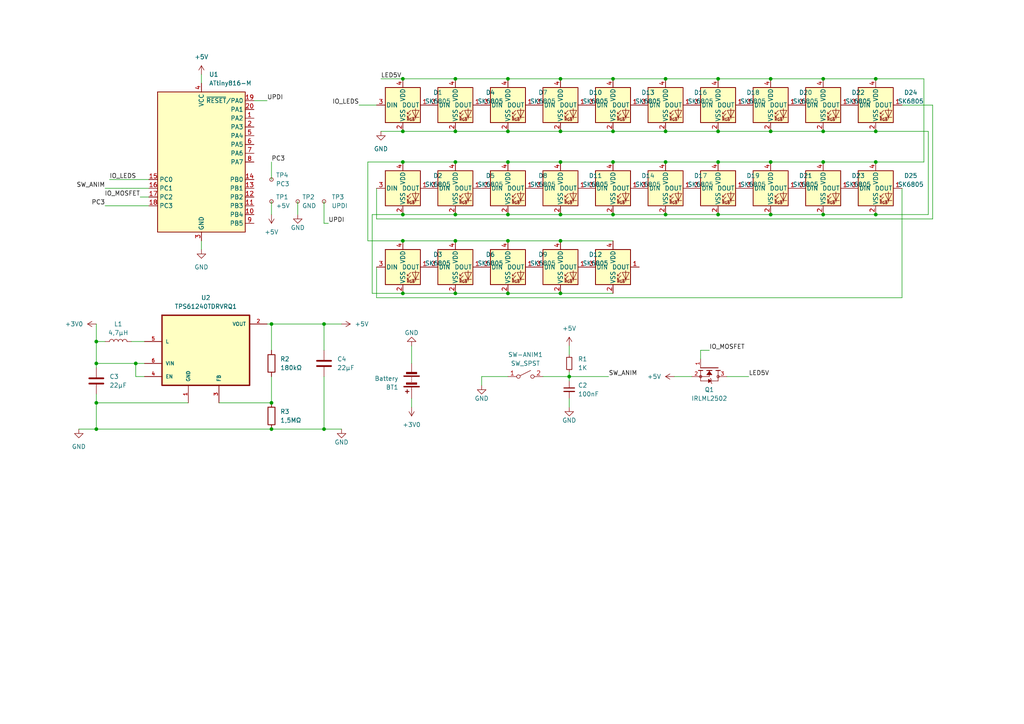
<source format=kicad_sch>
(kicad_sch
	(version 20231120)
	(generator "eeschema")
	(generator_version "8.0")
	(uuid "06284620-908d-46c3-91f8-44c52d8f54aa")
	(paper "A4")
	(lib_symbols
		(symbol "Connector:TestPoint_Small"
			(pin_numbers hide)
			(pin_names
				(offset 0.762) hide)
			(exclude_from_sim no)
			(in_bom yes)
			(on_board yes)
			(property "Reference" "TP"
				(at 0 3.81 0)
				(effects
					(font
						(size 1.27 1.27)
					)
				)
			)
			(property "Value" "TestPoint_Small"
				(at 0 2.032 0)
				(effects
					(font
						(size 1.27 1.27)
					)
				)
			)
			(property "Footprint" ""
				(at 5.08 0 0)
				(effects
					(font
						(size 1.27 1.27)
					)
					(hide yes)
				)
			)
			(property "Datasheet" "~"
				(at 5.08 0 0)
				(effects
					(font
						(size 1.27 1.27)
					)
					(hide yes)
				)
			)
			(property "Description" "test point"
				(at 0 0 0)
				(effects
					(font
						(size 1.27 1.27)
					)
					(hide yes)
				)
			)
			(property "ki_keywords" "test point tp"
				(at 0 0 0)
				(effects
					(font
						(size 1.27 1.27)
					)
					(hide yes)
				)
			)
			(property "ki_fp_filters" "Pin* Test*"
				(at 0 0 0)
				(effects
					(font
						(size 1.27 1.27)
					)
					(hide yes)
				)
			)
			(symbol "TestPoint_Small_0_1"
				(circle
					(center 0 0)
					(radius 0.508)
					(stroke
						(width 0)
						(type default)
					)
					(fill
						(type none)
					)
				)
			)
			(symbol "TestPoint_Small_1_1"
				(pin passive line
					(at 0 0 90)
					(length 0)
					(name "1"
						(effects
							(font
								(size 1.27 1.27)
							)
						)
					)
					(number "1"
						(effects
							(font
								(size 1.27 1.27)
							)
						)
					)
				)
			)
		)
		(symbol "Device:Battery"
			(pin_numbers hide)
			(pin_names
				(offset 0) hide)
			(exclude_from_sim no)
			(in_bom yes)
			(on_board yes)
			(property "Reference" "BT"
				(at 2.54 2.54 0)
				(effects
					(font
						(size 1.27 1.27)
					)
					(justify left)
				)
			)
			(property "Value" "Battery"
				(at 2.54 0 0)
				(effects
					(font
						(size 1.27 1.27)
					)
					(justify left)
				)
			)
			(property "Footprint" ""
				(at 0 1.524 90)
				(effects
					(font
						(size 1.27 1.27)
					)
					(hide yes)
				)
			)
			(property "Datasheet" "~"
				(at 0 1.524 90)
				(effects
					(font
						(size 1.27 1.27)
					)
					(hide yes)
				)
			)
			(property "Description" "Multiple-cell battery"
				(at 0 0 0)
				(effects
					(font
						(size 1.27 1.27)
					)
					(hide yes)
				)
			)
			(property "ki_keywords" "batt voltage-source cell"
				(at 0 0 0)
				(effects
					(font
						(size 1.27 1.27)
					)
					(hide yes)
				)
			)
			(symbol "Battery_0_1"
				(rectangle
					(start -2.286 -1.27)
					(end 2.286 -1.524)
					(stroke
						(width 0)
						(type default)
					)
					(fill
						(type outline)
					)
				)
				(rectangle
					(start -2.286 1.778)
					(end 2.286 1.524)
					(stroke
						(width 0)
						(type default)
					)
					(fill
						(type outline)
					)
				)
				(rectangle
					(start -1.524 -2.032)
					(end 1.524 -2.54)
					(stroke
						(width 0)
						(type default)
					)
					(fill
						(type outline)
					)
				)
				(rectangle
					(start -1.524 1.016)
					(end 1.524 0.508)
					(stroke
						(width 0)
						(type default)
					)
					(fill
						(type outline)
					)
				)
				(polyline
					(pts
						(xy 0 -1.016) (xy 0 -0.762)
					)
					(stroke
						(width 0)
						(type default)
					)
					(fill
						(type none)
					)
				)
				(polyline
					(pts
						(xy 0 -0.508) (xy 0 -0.254)
					)
					(stroke
						(width 0)
						(type default)
					)
					(fill
						(type none)
					)
				)
				(polyline
					(pts
						(xy 0 0) (xy 0 0.254)
					)
					(stroke
						(width 0)
						(type default)
					)
					(fill
						(type none)
					)
				)
				(polyline
					(pts
						(xy 0 1.778) (xy 0 2.54)
					)
					(stroke
						(width 0)
						(type default)
					)
					(fill
						(type none)
					)
				)
				(polyline
					(pts
						(xy 0.762 3.048) (xy 1.778 3.048)
					)
					(stroke
						(width 0.254)
						(type default)
					)
					(fill
						(type none)
					)
				)
				(polyline
					(pts
						(xy 1.27 3.556) (xy 1.27 2.54)
					)
					(stroke
						(width 0.254)
						(type default)
					)
					(fill
						(type none)
					)
				)
			)
			(symbol "Battery_1_1"
				(pin passive line
					(at 0 5.08 270)
					(length 2.54)
					(name "+"
						(effects
							(font
								(size 1.27 1.27)
							)
						)
					)
					(number "1"
						(effects
							(font
								(size 1.27 1.27)
							)
						)
					)
				)
				(pin passive line
					(at 0 -5.08 90)
					(length 2.54)
					(name "-"
						(effects
							(font
								(size 1.27 1.27)
							)
						)
					)
					(number "2"
						(effects
							(font
								(size 1.27 1.27)
							)
						)
					)
				)
			)
		)
		(symbol "Device:C"
			(pin_numbers hide)
			(pin_names
				(offset 0.254)
			)
			(exclude_from_sim no)
			(in_bom yes)
			(on_board yes)
			(property "Reference" "C"
				(at 0.635 2.54 0)
				(effects
					(font
						(size 1.27 1.27)
					)
					(justify left)
				)
			)
			(property "Value" "C"
				(at 0.635 -2.54 0)
				(effects
					(font
						(size 1.27 1.27)
					)
					(justify left)
				)
			)
			(property "Footprint" ""
				(at 0.9652 -3.81 0)
				(effects
					(font
						(size 1.27 1.27)
					)
					(hide yes)
				)
			)
			(property "Datasheet" "~"
				(at 0 0 0)
				(effects
					(font
						(size 1.27 1.27)
					)
					(hide yes)
				)
			)
			(property "Description" "Unpolarized capacitor"
				(at 0 0 0)
				(effects
					(font
						(size 1.27 1.27)
					)
					(hide yes)
				)
			)
			(property "ki_keywords" "cap capacitor"
				(at 0 0 0)
				(effects
					(font
						(size 1.27 1.27)
					)
					(hide yes)
				)
			)
			(property "ki_fp_filters" "C_*"
				(at 0 0 0)
				(effects
					(font
						(size 1.27 1.27)
					)
					(hide yes)
				)
			)
			(symbol "C_0_1"
				(polyline
					(pts
						(xy -2.032 -0.762) (xy 2.032 -0.762)
					)
					(stroke
						(width 0.508)
						(type default)
					)
					(fill
						(type none)
					)
				)
				(polyline
					(pts
						(xy -2.032 0.762) (xy 2.032 0.762)
					)
					(stroke
						(width 0.508)
						(type default)
					)
					(fill
						(type none)
					)
				)
			)
			(symbol "C_1_1"
				(pin passive line
					(at 0 3.81 270)
					(length 2.794)
					(name "~"
						(effects
							(font
								(size 1.27 1.27)
							)
						)
					)
					(number "1"
						(effects
							(font
								(size 1.27 1.27)
							)
						)
					)
				)
				(pin passive line
					(at 0 -3.81 90)
					(length 2.794)
					(name "~"
						(effects
							(font
								(size 1.27 1.27)
							)
						)
					)
					(number "2"
						(effects
							(font
								(size 1.27 1.27)
							)
						)
					)
				)
			)
		)
		(symbol "Device:C_Small"
			(pin_numbers hide)
			(pin_names
				(offset 0.254) hide)
			(exclude_from_sim no)
			(in_bom yes)
			(on_board yes)
			(property "Reference" "C"
				(at 0.254 1.778 0)
				(effects
					(font
						(size 1.27 1.27)
					)
					(justify left)
				)
			)
			(property "Value" "C_Small"
				(at 0.254 -2.032 0)
				(effects
					(font
						(size 1.27 1.27)
					)
					(justify left)
				)
			)
			(property "Footprint" ""
				(at 0 0 0)
				(effects
					(font
						(size 1.27 1.27)
					)
					(hide yes)
				)
			)
			(property "Datasheet" "~"
				(at 0 0 0)
				(effects
					(font
						(size 1.27 1.27)
					)
					(hide yes)
				)
			)
			(property "Description" "Unpolarized capacitor, small symbol"
				(at 0 0 0)
				(effects
					(font
						(size 1.27 1.27)
					)
					(hide yes)
				)
			)
			(property "ki_keywords" "capacitor cap"
				(at 0 0 0)
				(effects
					(font
						(size 1.27 1.27)
					)
					(hide yes)
				)
			)
			(property "ki_fp_filters" "C_*"
				(at 0 0 0)
				(effects
					(font
						(size 1.27 1.27)
					)
					(hide yes)
				)
			)
			(symbol "C_Small_0_1"
				(polyline
					(pts
						(xy -1.524 -0.508) (xy 1.524 -0.508)
					)
					(stroke
						(width 0.3302)
						(type default)
					)
					(fill
						(type none)
					)
				)
				(polyline
					(pts
						(xy -1.524 0.508) (xy 1.524 0.508)
					)
					(stroke
						(width 0.3048)
						(type default)
					)
					(fill
						(type none)
					)
				)
			)
			(symbol "C_Small_1_1"
				(pin passive line
					(at 0 2.54 270)
					(length 2.032)
					(name "~"
						(effects
							(font
								(size 1.27 1.27)
							)
						)
					)
					(number "1"
						(effects
							(font
								(size 1.27 1.27)
							)
						)
					)
				)
				(pin passive line
					(at 0 -2.54 90)
					(length 2.032)
					(name "~"
						(effects
							(font
								(size 1.27 1.27)
							)
						)
					)
					(number "2"
						(effects
							(font
								(size 1.27 1.27)
							)
						)
					)
				)
			)
		)
		(symbol "Device:L"
			(pin_numbers hide)
			(pin_names
				(offset 1.016) hide)
			(exclude_from_sim no)
			(in_bom yes)
			(on_board yes)
			(property "Reference" "L"
				(at -1.27 0 90)
				(effects
					(font
						(size 1.27 1.27)
					)
				)
			)
			(property "Value" "L"
				(at 1.905 0 90)
				(effects
					(font
						(size 1.27 1.27)
					)
				)
			)
			(property "Footprint" ""
				(at 0 0 0)
				(effects
					(font
						(size 1.27 1.27)
					)
					(hide yes)
				)
			)
			(property "Datasheet" "~"
				(at 0 0 0)
				(effects
					(font
						(size 1.27 1.27)
					)
					(hide yes)
				)
			)
			(property "Description" "Inductor"
				(at 0 0 0)
				(effects
					(font
						(size 1.27 1.27)
					)
					(hide yes)
				)
			)
			(property "ki_keywords" "inductor choke coil reactor magnetic"
				(at 0 0 0)
				(effects
					(font
						(size 1.27 1.27)
					)
					(hide yes)
				)
			)
			(property "ki_fp_filters" "Choke_* *Coil* Inductor_* L_*"
				(at 0 0 0)
				(effects
					(font
						(size 1.27 1.27)
					)
					(hide yes)
				)
			)
			(symbol "L_0_1"
				(arc
					(start 0 -2.54)
					(mid 0.6323 -1.905)
					(end 0 -1.27)
					(stroke
						(width 0)
						(type default)
					)
					(fill
						(type none)
					)
				)
				(arc
					(start 0 -1.27)
					(mid 0.6323 -0.635)
					(end 0 0)
					(stroke
						(width 0)
						(type default)
					)
					(fill
						(type none)
					)
				)
				(arc
					(start 0 0)
					(mid 0.6323 0.635)
					(end 0 1.27)
					(stroke
						(width 0)
						(type default)
					)
					(fill
						(type none)
					)
				)
				(arc
					(start 0 1.27)
					(mid 0.6323 1.905)
					(end 0 2.54)
					(stroke
						(width 0)
						(type default)
					)
					(fill
						(type none)
					)
				)
			)
			(symbol "L_1_1"
				(pin passive line
					(at 0 3.81 270)
					(length 1.27)
					(name "1"
						(effects
							(font
								(size 1.27 1.27)
							)
						)
					)
					(number "1"
						(effects
							(font
								(size 1.27 1.27)
							)
						)
					)
				)
				(pin passive line
					(at 0 -3.81 90)
					(length 1.27)
					(name "2"
						(effects
							(font
								(size 1.27 1.27)
							)
						)
					)
					(number "2"
						(effects
							(font
								(size 1.27 1.27)
							)
						)
					)
				)
			)
		)
		(symbol "Device:R"
			(pin_numbers hide)
			(pin_names
				(offset 0)
			)
			(exclude_from_sim no)
			(in_bom yes)
			(on_board yes)
			(property "Reference" "R"
				(at 2.032 0 90)
				(effects
					(font
						(size 1.27 1.27)
					)
				)
			)
			(property "Value" "R"
				(at 0 0 90)
				(effects
					(font
						(size 1.27 1.27)
					)
				)
			)
			(property "Footprint" ""
				(at -1.778 0 90)
				(effects
					(font
						(size 1.27 1.27)
					)
					(hide yes)
				)
			)
			(property "Datasheet" "~"
				(at 0 0 0)
				(effects
					(font
						(size 1.27 1.27)
					)
					(hide yes)
				)
			)
			(property "Description" "Resistor"
				(at 0 0 0)
				(effects
					(font
						(size 1.27 1.27)
					)
					(hide yes)
				)
			)
			(property "ki_keywords" "R res resistor"
				(at 0 0 0)
				(effects
					(font
						(size 1.27 1.27)
					)
					(hide yes)
				)
			)
			(property "ki_fp_filters" "R_*"
				(at 0 0 0)
				(effects
					(font
						(size 1.27 1.27)
					)
					(hide yes)
				)
			)
			(symbol "R_0_1"
				(rectangle
					(start -1.016 -2.54)
					(end 1.016 2.54)
					(stroke
						(width 0.254)
						(type default)
					)
					(fill
						(type none)
					)
				)
			)
			(symbol "R_1_1"
				(pin passive line
					(at 0 3.81 270)
					(length 1.27)
					(name "~"
						(effects
							(font
								(size 1.27 1.27)
							)
						)
					)
					(number "1"
						(effects
							(font
								(size 1.27 1.27)
							)
						)
					)
				)
				(pin passive line
					(at 0 -3.81 90)
					(length 1.27)
					(name "~"
						(effects
							(font
								(size 1.27 1.27)
							)
						)
					)
					(number "2"
						(effects
							(font
								(size 1.27 1.27)
							)
						)
					)
				)
			)
		)
		(symbol "Device:R_Small"
			(pin_numbers hide)
			(pin_names
				(offset 0.254) hide)
			(exclude_from_sim no)
			(in_bom yes)
			(on_board yes)
			(property "Reference" "R"
				(at 0.762 0.508 0)
				(effects
					(font
						(size 1.27 1.27)
					)
					(justify left)
				)
			)
			(property "Value" "R_Small"
				(at 0.762 -1.016 0)
				(effects
					(font
						(size 1.27 1.27)
					)
					(justify left)
				)
			)
			(property "Footprint" ""
				(at 0 0 0)
				(effects
					(font
						(size 1.27 1.27)
					)
					(hide yes)
				)
			)
			(property "Datasheet" "~"
				(at 0 0 0)
				(effects
					(font
						(size 1.27 1.27)
					)
					(hide yes)
				)
			)
			(property "Description" "Resistor, small symbol"
				(at 0 0 0)
				(effects
					(font
						(size 1.27 1.27)
					)
					(hide yes)
				)
			)
			(property "ki_keywords" "R resistor"
				(at 0 0 0)
				(effects
					(font
						(size 1.27 1.27)
					)
					(hide yes)
				)
			)
			(property "ki_fp_filters" "R_*"
				(at 0 0 0)
				(effects
					(font
						(size 1.27 1.27)
					)
					(hide yes)
				)
			)
			(symbol "R_Small_0_1"
				(rectangle
					(start -0.762 1.778)
					(end 0.762 -1.778)
					(stroke
						(width 0.2032)
						(type default)
					)
					(fill
						(type none)
					)
				)
			)
			(symbol "R_Small_1_1"
				(pin passive line
					(at 0 2.54 270)
					(length 0.762)
					(name "~"
						(effects
							(font
								(size 1.27 1.27)
							)
						)
					)
					(number "1"
						(effects
							(font
								(size 1.27 1.27)
							)
						)
					)
				)
				(pin passive line
					(at 0 -2.54 90)
					(length 0.762)
					(name "~"
						(effects
							(font
								(size 1.27 1.27)
							)
						)
					)
					(number "2"
						(effects
							(font
								(size 1.27 1.27)
							)
						)
					)
				)
			)
		)
		(symbol "IRLML2502:IRLML2502"
			(pin_names
				(offset 1.016)
			)
			(exclude_from_sim no)
			(in_bom yes)
			(on_board yes)
			(property "Reference" "Q"
				(at -8.89 2.54 0)
				(effects
					(font
						(size 1.27 1.27)
					)
					(justify left bottom)
				)
			)
			(property "Value" "IRLML2502"
				(at -8.89 -7.62 0)
				(effects
					(font
						(size 1.27 1.27)
					)
					(justify left bottom)
				)
			)
			(property "Footprint" "IRLML2502:SOT95P237X112-3N"
				(at 0 0 0)
				(effects
					(font
						(size 1.27 1.27)
					)
					(justify bottom)
					(hide yes)
				)
			)
			(property "Datasheet" ""
				(at 0 0 0)
				(effects
					(font
						(size 1.27 1.27)
					)
					(hide yes)
				)
			)
			(property "Description" "\nN-Channel 20 V 4.2A (Ta) 1.25W (Ta) Surface Mount Micro3â„¢ /SOT-23\n"
				(at 0 0 0)
				(effects
					(font
						(size 1.27 1.27)
					)
					(justify bottom)
					(hide yes)
				)
			)
			(property "MF" "Infineon Technologies"
				(at 0 0 0)
				(effects
					(font
						(size 1.27 1.27)
					)
					(justify bottom)
					(hide yes)
				)
			)
			(property "MAXIMUM_PACKAGE_HEIGHT" "1.12 mm"
				(at 0 0 0)
				(effects
					(font
						(size 1.27 1.27)
					)
					(justify bottom)
					(hide yes)
				)
			)
			(property "Package" "SOT-23-3 International Rectifier"
				(at 0 0 0)
				(effects
					(font
						(size 1.27 1.27)
					)
					(justify bottom)
					(hide yes)
				)
			)
			(property "Price" "None"
				(at 0 0 0)
				(effects
					(font
						(size 1.27 1.27)
					)
					(justify bottom)
					(hide yes)
				)
			)
			(property "Check_prices" "https://www.snapeda.com/parts/IRLML2502/Infineon+Technologies/view-part/?ref=eda"
				(at 0 0 0)
				(effects
					(font
						(size 1.27 1.27)
					)
					(justify bottom)
					(hide yes)
				)
			)
			(property "STANDARD" "IPC 7351B"
				(at 0 0 0)
				(effects
					(font
						(size 1.27 1.27)
					)
					(justify bottom)
					(hide yes)
				)
			)
			(property "PARTREV" "April 24, 2014"
				(at 0 0 0)
				(effects
					(font
						(size 1.27 1.27)
					)
					(justify bottom)
					(hide yes)
				)
			)
			(property "SnapEDA_Link" "https://www.snapeda.com/parts/IRLML2502/Infineon+Technologies/view-part/?ref=snap"
				(at 0 0 0)
				(effects
					(font
						(size 1.27 1.27)
					)
					(justify bottom)
					(hide yes)
				)
			)
			(property "SNAPEDA_PACKAGE_ID" "11907"
				(at 0 0 0)
				(effects
					(font
						(size 1.27 1.27)
					)
					(justify bottom)
					(hide yes)
				)
			)
			(property "MP" "IRLML2502"
				(at 0 0 0)
				(effects
					(font
						(size 1.27 1.27)
					)
					(justify bottom)
					(hide yes)
				)
			)
			(property "Purchase-URL" "https://www.snapeda.com/api/url_track_click_mouser/?unipart_id=453707&manufacturer=Infineon Technologies&part_name=IRLML2502&search_term=None"
				(at 0 0 0)
				(effects
					(font
						(size 1.27 1.27)
					)
					(justify bottom)
					(hide yes)
				)
			)
			(property "SNAPEDA_PN" "IRLML2502"
				(at 0 0 0)
				(effects
					(font
						(size 1.27 1.27)
					)
					(justify bottom)
					(hide yes)
				)
			)
			(property "Availability" "In Stock"
				(at 0 0 0)
				(effects
					(font
						(size 1.27 1.27)
					)
					(justify bottom)
					(hide yes)
				)
			)
			(property "MANUFACTURER" "Infineon Technologies"
				(at 0 0 0)
				(effects
					(font
						(size 1.27 1.27)
					)
					(justify bottom)
					(hide yes)
				)
			)
			(symbol "IRLML2502_0_0"
				(polyline
					(pts
						(xy 0 2.54) (xy 0 -2.54)
					)
					(stroke
						(width 0.254)
						(type default)
					)
					(fill
						(type none)
					)
				)
				(polyline
					(pts
						(xy 0.762 -2.54) (xy 0.762 -3.175)
					)
					(stroke
						(width 0.254)
						(type default)
					)
					(fill
						(type none)
					)
				)
				(polyline
					(pts
						(xy 0.762 -1.905) (xy 0.762 -2.54)
					)
					(stroke
						(width 0.254)
						(type default)
					)
					(fill
						(type none)
					)
				)
				(polyline
					(pts
						(xy 0.762 0) (xy 0.762 -0.762)
					)
					(stroke
						(width 0.254)
						(type default)
					)
					(fill
						(type none)
					)
				)
				(polyline
					(pts
						(xy 0.762 0) (xy 2.54 0)
					)
					(stroke
						(width 0.1524)
						(type default)
					)
					(fill
						(type none)
					)
				)
				(polyline
					(pts
						(xy 0.762 0.762) (xy 0.762 0)
					)
					(stroke
						(width 0.254)
						(type default)
					)
					(fill
						(type none)
					)
				)
				(polyline
					(pts
						(xy 0.762 2.54) (xy 0.762 1.905)
					)
					(stroke
						(width 0.254)
						(type default)
					)
					(fill
						(type none)
					)
				)
				(polyline
					(pts
						(xy 0.762 2.54) (xy 3.81 2.54)
					)
					(stroke
						(width 0.1524)
						(type default)
					)
					(fill
						(type none)
					)
				)
				(polyline
					(pts
						(xy 0.762 3.175) (xy 0.762 2.54)
					)
					(stroke
						(width 0.254)
						(type default)
					)
					(fill
						(type none)
					)
				)
				(polyline
					(pts
						(xy 2.54 -2.54) (xy 0.762 -2.54)
					)
					(stroke
						(width 0.1524)
						(type default)
					)
					(fill
						(type none)
					)
				)
				(polyline
					(pts
						(xy 2.54 -2.54) (xy 3.81 -2.54)
					)
					(stroke
						(width 0.1524)
						(type default)
					)
					(fill
						(type none)
					)
				)
				(polyline
					(pts
						(xy 2.54 0) (xy 2.54 -2.54)
					)
					(stroke
						(width 0.1524)
						(type default)
					)
					(fill
						(type none)
					)
				)
				(polyline
					(pts
						(xy 3.302 0.508) (xy 3.048 0.254)
					)
					(stroke
						(width 0.1524)
						(type default)
					)
					(fill
						(type none)
					)
				)
				(polyline
					(pts
						(xy 3.81 0.508) (xy 3.302 0.508)
					)
					(stroke
						(width 0.1524)
						(type default)
					)
					(fill
						(type none)
					)
				)
				(polyline
					(pts
						(xy 3.81 0.508) (xy 3.81 -2.54)
					)
					(stroke
						(width 0.1524)
						(type default)
					)
					(fill
						(type none)
					)
				)
				(polyline
					(pts
						(xy 3.81 2.54) (xy 3.81 0.508)
					)
					(stroke
						(width 0.1524)
						(type default)
					)
					(fill
						(type none)
					)
				)
				(polyline
					(pts
						(xy 4.318 0.508) (xy 3.81 0.508)
					)
					(stroke
						(width 0.1524)
						(type default)
					)
					(fill
						(type none)
					)
				)
				(polyline
					(pts
						(xy 4.572 0.762) (xy 4.318 0.508)
					)
					(stroke
						(width 0.1524)
						(type default)
					)
					(fill
						(type none)
					)
				)
				(polyline
					(pts
						(xy 1.016 0) (xy 2.032 0.762) (xy 2.032 -0.762) (xy 1.016 0)
					)
					(stroke
						(width 0.1524)
						(type default)
					)
					(fill
						(type outline)
					)
				)
				(polyline
					(pts
						(xy 3.81 0.508) (xy 3.302 -0.254) (xy 4.318 -0.254) (xy 3.81 0.508)
					)
					(stroke
						(width 0.1524)
						(type default)
					)
					(fill
						(type outline)
					)
				)
				(circle
					(center 2.54 -2.54)
					(radius 0.3592)
					(stroke
						(width 0)
						(type default)
					)
					(fill
						(type none)
					)
				)
				(circle
					(center 2.54 2.54)
					(radius 0.3592)
					(stroke
						(width 0)
						(type default)
					)
					(fill
						(type none)
					)
				)
				(pin passive line
					(at -2.54 -2.54 0)
					(length 2.54)
					(name "~"
						(effects
							(font
								(size 1.016 1.016)
							)
						)
					)
					(number "1"
						(effects
							(font
								(size 1.016 1.016)
							)
						)
					)
				)
				(pin passive line
					(at 2.54 -5.08 90)
					(length 2.54)
					(name "~"
						(effects
							(font
								(size 1.016 1.016)
							)
						)
					)
					(number "2"
						(effects
							(font
								(size 1.016 1.016)
							)
						)
					)
				)
				(pin passive line
					(at 2.54 5.08 270)
					(length 2.54)
					(name "~"
						(effects
							(font
								(size 1.016 1.016)
							)
						)
					)
					(number "3"
						(effects
							(font
								(size 1.016 1.016)
							)
						)
					)
				)
			)
		)
		(symbol "LED:SK6805"
			(pin_names
				(offset 0.254)
			)
			(exclude_from_sim no)
			(in_bom yes)
			(on_board yes)
			(property "Reference" "D"
				(at 5.08 5.715 0)
				(effects
					(font
						(size 1.27 1.27)
					)
					(justify right bottom)
				)
			)
			(property "Value" "SK6805"
				(at 1.27 -5.715 0)
				(effects
					(font
						(size 1.27 1.27)
					)
					(justify left top)
				)
			)
			(property "Footprint" "LED_SMD:LED_SK6805_PLCC4_2.4x2.7mm_P1.3mm"
				(at 1.27 -7.62 0)
				(effects
					(font
						(size 1.27 1.27)
					)
					(justify left top)
					(hide yes)
				)
			)
			(property "Datasheet" "https://cdn-shop.adafruit.com/product-files/3484/3484_Datasheet.pdf"
				(at 2.54 -9.525 0)
				(effects
					(font
						(size 1.27 1.27)
					)
					(justify left top)
					(hide yes)
				)
			)
			(property "Description" "RGB LED with integrated controller"
				(at 0 0 0)
				(effects
					(font
						(size 1.27 1.27)
					)
					(hide yes)
				)
			)
			(property "ki_keywords" "RGB LED NeoPixel Nano addressable"
				(at 0 0 0)
				(effects
					(font
						(size 1.27 1.27)
					)
					(hide yes)
				)
			)
			(property "ki_fp_filters" "LED*SK6805*PLCC*2.4x2.7mm*P1.3mm*"
				(at 0 0 0)
				(effects
					(font
						(size 1.27 1.27)
					)
					(hide yes)
				)
			)
			(symbol "SK6805_0_0"
				(text "RGB"
					(at 2.286 -4.191 0)
					(effects
						(font
							(size 0.762 0.762)
						)
					)
				)
			)
			(symbol "SK6805_0_1"
				(polyline
					(pts
						(xy 1.27 -3.556) (xy 1.778 -3.556)
					)
					(stroke
						(width 0)
						(type default)
					)
					(fill
						(type none)
					)
				)
				(polyline
					(pts
						(xy 1.27 -2.54) (xy 1.778 -2.54)
					)
					(stroke
						(width 0)
						(type default)
					)
					(fill
						(type none)
					)
				)
				(polyline
					(pts
						(xy 4.699 -3.556) (xy 2.667 -3.556)
					)
					(stroke
						(width 0)
						(type default)
					)
					(fill
						(type none)
					)
				)
				(polyline
					(pts
						(xy 2.286 -2.54) (xy 1.27 -3.556) (xy 1.27 -3.048)
					)
					(stroke
						(width 0)
						(type default)
					)
					(fill
						(type none)
					)
				)
				(polyline
					(pts
						(xy 2.286 -1.524) (xy 1.27 -2.54) (xy 1.27 -2.032)
					)
					(stroke
						(width 0)
						(type default)
					)
					(fill
						(type none)
					)
				)
				(polyline
					(pts
						(xy 3.683 -1.016) (xy 3.683 -3.556) (xy 3.683 -4.064)
					)
					(stroke
						(width 0)
						(type default)
					)
					(fill
						(type none)
					)
				)
				(polyline
					(pts
						(xy 4.699 -1.524) (xy 2.667 -1.524) (xy 3.683 -3.556) (xy 4.699 -1.524)
					)
					(stroke
						(width 0)
						(type default)
					)
					(fill
						(type none)
					)
				)
				(rectangle
					(start 5.08 5.08)
					(end -5.08 -5.08)
					(stroke
						(width 0.254)
						(type default)
					)
					(fill
						(type background)
					)
				)
			)
			(symbol "SK6805_1_1"
				(pin output line
					(at 7.62 0 180)
					(length 2.54)
					(name "DOUT"
						(effects
							(font
								(size 1.27 1.27)
							)
						)
					)
					(number "1"
						(effects
							(font
								(size 1.27 1.27)
							)
						)
					)
				)
				(pin power_in line
					(at 0 -7.62 90)
					(length 2.54)
					(name "VSS"
						(effects
							(font
								(size 1.27 1.27)
							)
						)
					)
					(number "2"
						(effects
							(font
								(size 1.27 1.27)
							)
						)
					)
				)
				(pin input line
					(at -7.62 0 0)
					(length 2.54)
					(name "DIN"
						(effects
							(font
								(size 1.27 1.27)
							)
						)
					)
					(number "3"
						(effects
							(font
								(size 1.27 1.27)
							)
						)
					)
				)
				(pin power_in line
					(at 0 7.62 270)
					(length 2.54)
					(name "VDD"
						(effects
							(font
								(size 1.27 1.27)
							)
						)
					)
					(number "4"
						(effects
							(font
								(size 1.27 1.27)
							)
						)
					)
				)
			)
		)
		(symbol "MCU_Microchip_ATtiny:ATtiny816-M"
			(exclude_from_sim no)
			(in_bom yes)
			(on_board yes)
			(property "Reference" "U"
				(at -12.7 21.59 0)
				(effects
					(font
						(size 1.27 1.27)
					)
					(justify left bottom)
				)
			)
			(property "Value" "ATtiny816-M"
				(at 2.54 -21.59 0)
				(effects
					(font
						(size 1.27 1.27)
					)
					(justify left top)
				)
			)
			(property "Footprint" "Package_DFN_QFN:VQFN-20-1EP_3x3mm_P0.4mm_EP1.7x1.7mm"
				(at 0 0 0)
				(effects
					(font
						(size 1.27 1.27)
						(italic yes)
					)
					(hide yes)
				)
			)
			(property "Datasheet" "http://ww1.microchip.com/downloads/en/DeviceDoc/40001913A.pdf"
				(at 0 0 0)
				(effects
					(font
						(size 1.27 1.27)
					)
					(hide yes)
				)
			)
			(property "Description" "20MHz, 8kB Flash, 512B SRAM, 128B EEPROM, VQFN-20"
				(at 0 0 0)
				(effects
					(font
						(size 1.27 1.27)
					)
					(hide yes)
				)
			)
			(property "ki_keywords" "AVR 8bit Microcontroller tinyAVR"
				(at 0 0 0)
				(effects
					(font
						(size 1.27 1.27)
					)
					(hide yes)
				)
			)
			(property "ki_fp_filters" "VQFN*1EP*3x3mm*P0.4mm*"
				(at 0 0 0)
				(effects
					(font
						(size 1.27 1.27)
					)
					(hide yes)
				)
			)
			(symbol "ATtiny816-M_0_1"
				(rectangle
					(start -12.7 -20.32)
					(end 12.7 20.32)
					(stroke
						(width 0.254)
						(type default)
					)
					(fill
						(type background)
					)
				)
			)
			(symbol "ATtiny816-M_1_1"
				(pin bidirectional line
					(at 15.24 12.7 180)
					(length 2.54)
					(name "PA2"
						(effects
							(font
								(size 1.27 1.27)
							)
						)
					)
					(number "1"
						(effects
							(font
								(size 1.27 1.27)
							)
						)
					)
				)
				(pin bidirectional line
					(at 15.24 -15.24 180)
					(length 2.54)
					(name "PB4"
						(effects
							(font
								(size 1.27 1.27)
							)
						)
					)
					(number "10"
						(effects
							(font
								(size 1.27 1.27)
							)
						)
					)
				)
				(pin bidirectional line
					(at 15.24 -12.7 180)
					(length 2.54)
					(name "PB3"
						(effects
							(font
								(size 1.27 1.27)
							)
						)
					)
					(number "11"
						(effects
							(font
								(size 1.27 1.27)
							)
						)
					)
				)
				(pin bidirectional line
					(at 15.24 -10.16 180)
					(length 2.54)
					(name "PB2"
						(effects
							(font
								(size 1.27 1.27)
							)
						)
					)
					(number "12"
						(effects
							(font
								(size 1.27 1.27)
							)
						)
					)
				)
				(pin bidirectional line
					(at 15.24 -7.62 180)
					(length 2.54)
					(name "PB1"
						(effects
							(font
								(size 1.27 1.27)
							)
						)
					)
					(number "13"
						(effects
							(font
								(size 1.27 1.27)
							)
						)
					)
				)
				(pin bidirectional line
					(at 15.24 -5.08 180)
					(length 2.54)
					(name "PB0"
						(effects
							(font
								(size 1.27 1.27)
							)
						)
					)
					(number "14"
						(effects
							(font
								(size 1.27 1.27)
							)
						)
					)
				)
				(pin bidirectional line
					(at -15.24 -5.08 0)
					(length 2.54)
					(name "PC0"
						(effects
							(font
								(size 1.27 1.27)
							)
						)
					)
					(number "15"
						(effects
							(font
								(size 1.27 1.27)
							)
						)
					)
				)
				(pin bidirectional line
					(at -15.24 -7.62 0)
					(length 2.54)
					(name "PC1"
						(effects
							(font
								(size 1.27 1.27)
							)
						)
					)
					(number "16"
						(effects
							(font
								(size 1.27 1.27)
							)
						)
					)
				)
				(pin bidirectional line
					(at -15.24 -10.16 0)
					(length 2.54)
					(name "PC2"
						(effects
							(font
								(size 1.27 1.27)
							)
						)
					)
					(number "17"
						(effects
							(font
								(size 1.27 1.27)
							)
						)
					)
				)
				(pin bidirectional line
					(at -15.24 -12.7 0)
					(length 2.54)
					(name "PC3"
						(effects
							(font
								(size 1.27 1.27)
							)
						)
					)
					(number "18"
						(effects
							(font
								(size 1.27 1.27)
							)
						)
					)
				)
				(pin bidirectional line
					(at 15.24 17.78 180)
					(length 2.54)
					(name "~{RESET}/PA0"
						(effects
							(font
								(size 1.27 1.27)
							)
						)
					)
					(number "19"
						(effects
							(font
								(size 1.27 1.27)
							)
						)
					)
				)
				(pin bidirectional line
					(at 15.24 10.16 180)
					(length 2.54)
					(name "PA3"
						(effects
							(font
								(size 1.27 1.27)
							)
						)
					)
					(number "2"
						(effects
							(font
								(size 1.27 1.27)
							)
						)
					)
				)
				(pin bidirectional line
					(at 15.24 15.24 180)
					(length 2.54)
					(name "PA1"
						(effects
							(font
								(size 1.27 1.27)
							)
						)
					)
					(number "20"
						(effects
							(font
								(size 1.27 1.27)
							)
						)
					)
				)
				(pin passive line
					(at 0 -22.86 90)
					(length 2.54) hide
					(name "GND"
						(effects
							(font
								(size 1.27 1.27)
							)
						)
					)
					(number "21"
						(effects
							(font
								(size 1.27 1.27)
							)
						)
					)
				)
				(pin power_in line
					(at 0 -22.86 90)
					(length 2.54)
					(name "GND"
						(effects
							(font
								(size 1.27 1.27)
							)
						)
					)
					(number "3"
						(effects
							(font
								(size 1.27 1.27)
							)
						)
					)
				)
				(pin power_in line
					(at 0 22.86 270)
					(length 2.54)
					(name "VCC"
						(effects
							(font
								(size 1.27 1.27)
							)
						)
					)
					(number "4"
						(effects
							(font
								(size 1.27 1.27)
							)
						)
					)
				)
				(pin bidirectional line
					(at 15.24 7.62 180)
					(length 2.54)
					(name "PA4"
						(effects
							(font
								(size 1.27 1.27)
							)
						)
					)
					(number "5"
						(effects
							(font
								(size 1.27 1.27)
							)
						)
					)
				)
				(pin bidirectional line
					(at 15.24 5.08 180)
					(length 2.54)
					(name "PA5"
						(effects
							(font
								(size 1.27 1.27)
							)
						)
					)
					(number "6"
						(effects
							(font
								(size 1.27 1.27)
							)
						)
					)
				)
				(pin bidirectional line
					(at 15.24 2.54 180)
					(length 2.54)
					(name "PA6"
						(effects
							(font
								(size 1.27 1.27)
							)
						)
					)
					(number "7"
						(effects
							(font
								(size 1.27 1.27)
							)
						)
					)
				)
				(pin bidirectional line
					(at 15.24 0 180)
					(length 2.54)
					(name "PA7"
						(effects
							(font
								(size 1.27 1.27)
							)
						)
					)
					(number "8"
						(effects
							(font
								(size 1.27 1.27)
							)
						)
					)
				)
				(pin bidirectional line
					(at 15.24 -17.78 180)
					(length 2.54)
					(name "PB5"
						(effects
							(font
								(size 1.27 1.27)
							)
						)
					)
					(number "9"
						(effects
							(font
								(size 1.27 1.27)
							)
						)
					)
				)
			)
		)
		(symbol "Switch:SW_SPST"
			(pin_names
				(offset 0) hide)
			(exclude_from_sim no)
			(in_bom yes)
			(on_board yes)
			(property "Reference" "SW"
				(at 0 3.175 0)
				(effects
					(font
						(size 1.27 1.27)
					)
				)
			)
			(property "Value" "SW_SPST"
				(at 0 -2.54 0)
				(effects
					(font
						(size 1.27 1.27)
					)
				)
			)
			(property "Footprint" ""
				(at 0 0 0)
				(effects
					(font
						(size 1.27 1.27)
					)
					(hide yes)
				)
			)
			(property "Datasheet" "~"
				(at 0 0 0)
				(effects
					(font
						(size 1.27 1.27)
					)
					(hide yes)
				)
			)
			(property "Description" "Single Pole Single Throw (SPST) switch"
				(at 0 0 0)
				(effects
					(font
						(size 1.27 1.27)
					)
					(hide yes)
				)
			)
			(property "ki_keywords" "switch lever"
				(at 0 0 0)
				(effects
					(font
						(size 1.27 1.27)
					)
					(hide yes)
				)
			)
			(symbol "SW_SPST_0_0"
				(circle
					(center -2.032 0)
					(radius 0.508)
					(stroke
						(width 0)
						(type default)
					)
					(fill
						(type none)
					)
				)
				(polyline
					(pts
						(xy -1.524 0.254) (xy 1.524 1.778)
					)
					(stroke
						(width 0)
						(type default)
					)
					(fill
						(type none)
					)
				)
				(circle
					(center 2.032 0)
					(radius 0.508)
					(stroke
						(width 0)
						(type default)
					)
					(fill
						(type none)
					)
				)
			)
			(symbol "SW_SPST_1_1"
				(pin passive line
					(at -5.08 0 0)
					(length 2.54)
					(name "A"
						(effects
							(font
								(size 1.27 1.27)
							)
						)
					)
					(number "1"
						(effects
							(font
								(size 1.27 1.27)
							)
						)
					)
				)
				(pin passive line
					(at 5.08 0 180)
					(length 2.54)
					(name "B"
						(effects
							(font
								(size 1.27 1.27)
							)
						)
					)
					(number "2"
						(effects
							(font
								(size 1.27 1.27)
							)
						)
					)
				)
			)
		)
		(symbol "TPS61240TDRVRQ1:TPS61240TDRVRQ1"
			(pin_names
				(offset 1.016)
			)
			(exclude_from_sim no)
			(in_bom yes)
			(on_board yes)
			(property "Reference" "U2"
				(at 0 15.24 0)
				(effects
					(font
						(size 1.27 1.27)
					)
				)
			)
			(property "Value" "TPS61240TDRVRQ1"
				(at 0 12.7 0)
				(effects
					(font
						(size 1.27 1.27)
					)
				)
			)
			(property "Footprint" "TPS61240TDRVRQ1:SON65P200X200X80-7N"
				(at 0 0 0)
				(effects
					(font
						(size 1.27 1.27)
					)
					(justify bottom)
					(hide yes)
				)
			)
			(property "Datasheet" ""
				(at 0 0 0)
				(effects
					(font
						(size 1.27 1.27)
					)
					(hide yes)
				)
			)
			(property "Description" "\n2.3-V to 5.5-V input range, 3.5-MHz fixed frequency 450-mA boost converter, AEC-Q100 qualified\n"
				(at 0 0 0)
				(effects
					(font
						(size 1.27 1.27)
					)
					(justify bottom)
					(hide yes)
				)
			)
			(property "MF" "Texas Instruments"
				(at 0 0 0)
				(effects
					(font
						(size 1.27 1.27)
					)
					(justify bottom)
					(hide yes)
				)
			)
			(property "Package" "WSON-6 Texas Instruments"
				(at 0 0 0)
				(effects
					(font
						(size 1.27 1.27)
					)
					(justify bottom)
					(hide yes)
				)
			)
			(property "Price" "None"
				(at 0 0 0)
				(effects
					(font
						(size 1.27 1.27)
					)
					(justify bottom)
					(hide yes)
				)
			)
			(property "Check_prices" "https://www.snapeda.com/parts/TPS61240TDRVRQ1/Texas+Instruments/view-part/?ref=eda"
				(at 0 0 0)
				(effects
					(font
						(size 1.27 1.27)
					)
					(justify bottom)
					(hide yes)
				)
			)
			(property "SnapEDA_Link" "https://www.snapeda.com/parts/TPS61240TDRVRQ1/Texas+Instruments/view-part/?ref=snap"
				(at 0 0 0)
				(effects
					(font
						(size 1.27 1.27)
					)
					(justify bottom)
					(hide yes)
				)
			)
			(property "MP" "TPS61240TDRVRQ1"
				(at 0 0 0)
				(effects
					(font
						(size 1.27 1.27)
					)
					(justify bottom)
					(hide yes)
				)
			)
			(property "Purchase-URL" "https://www.snapeda.com/api/url_track_click_mouser/?unipart_id=762525&manufacturer=Texas Instruments&part_name=TPS61240TDRVRQ1&search_term=None"
				(at 0 0 0)
				(effects
					(font
						(size 1.27 1.27)
					)
					(justify bottom)
					(hide yes)
				)
			)
			(property "Availability" "In Stock"
				(at 0 0 0)
				(effects
					(font
						(size 1.27 1.27)
					)
					(justify bottom)
					(hide yes)
				)
			)
			(property "Manufacturer" "Texas Instruments"
				(at 0 0 0)
				(effects
					(font
						(size 1.27 1.27)
					)
					(justify bottom)
					(hide yes)
				)
			)
			(symbol "TPS61240TDRVRQ1_0_0"
				(rectangle
					(start -12.7 -10.16)
					(end 12.7 10.16)
					(stroke
						(width 0.41)
						(type default)
					)
					(fill
						(type background)
					)
				)
				(pin power_in line
					(at -5.08 -15.24 90)
					(length 5.08)
					(name "GND"
						(effects
							(font
								(size 1.016 1.016)
							)
						)
					)
					(number "1"
						(effects
							(font
								(size 1.016 1.016)
							)
						)
					)
				)
				(pin output line
					(at 17.78 7.62 180)
					(length 5.08)
					(name "VOUT"
						(effects
							(font
								(size 1.016 1.016)
							)
						)
					)
					(number "2"
						(effects
							(font
								(size 1.016 1.016)
							)
						)
					)
				)
				(pin input line
					(at 3.81 -15.24 90)
					(length 5.08)
					(name "FB"
						(effects
							(font
								(size 1.016 1.016)
							)
						)
					)
					(number "3"
						(effects
							(font
								(size 1.016 1.016)
							)
						)
					)
				)
				(pin input line
					(at -17.78 -7.62 0)
					(length 5.08)
					(name "EN"
						(effects
							(font
								(size 1.016 1.016)
							)
						)
					)
					(number "4"
						(effects
							(font
								(size 1.016 1.016)
							)
						)
					)
				)
				(pin input line
					(at -17.78 2.54 0)
					(length 5.08)
					(name "L"
						(effects
							(font
								(size 1.016 1.016)
							)
						)
					)
					(number "5"
						(effects
							(font
								(size 1.016 1.016)
							)
						)
					)
				)
				(pin input line
					(at -17.78 -3.81 0)
					(length 5.08)
					(name "VIN"
						(effects
							(font
								(size 1.016 1.016)
							)
						)
					)
					(number "6"
						(effects
							(font
								(size 1.016 1.016)
							)
						)
					)
				)
			)
		)
		(symbol "power:+3V0"
			(power)
			(pin_names
				(offset 0)
			)
			(exclude_from_sim no)
			(in_bom yes)
			(on_board yes)
			(property "Reference" "#PWR"
				(at 0 -3.81 0)
				(effects
					(font
						(size 1.27 1.27)
					)
					(hide yes)
				)
			)
			(property "Value" "+3V0"
				(at 0 3.556 0)
				(effects
					(font
						(size 1.27 1.27)
					)
				)
			)
			(property "Footprint" ""
				(at 0 0 0)
				(effects
					(font
						(size 1.27 1.27)
					)
					(hide yes)
				)
			)
			(property "Datasheet" ""
				(at 0 0 0)
				(effects
					(font
						(size 1.27 1.27)
					)
					(hide yes)
				)
			)
			(property "Description" "Power symbol creates a global label with name \"+3V0\""
				(at 0 0 0)
				(effects
					(font
						(size 1.27 1.27)
					)
					(hide yes)
				)
			)
			(property "ki_keywords" "global power"
				(at 0 0 0)
				(effects
					(font
						(size 1.27 1.27)
					)
					(hide yes)
				)
			)
			(symbol "+3V0_0_1"
				(polyline
					(pts
						(xy -0.762 1.27) (xy 0 2.54)
					)
					(stroke
						(width 0)
						(type default)
					)
					(fill
						(type none)
					)
				)
				(polyline
					(pts
						(xy 0 0) (xy 0 2.54)
					)
					(stroke
						(width 0)
						(type default)
					)
					(fill
						(type none)
					)
				)
				(polyline
					(pts
						(xy 0 2.54) (xy 0.762 1.27)
					)
					(stroke
						(width 0)
						(type default)
					)
					(fill
						(type none)
					)
				)
			)
			(symbol "+3V0_1_1"
				(pin power_in line
					(at 0 0 90)
					(length 0) hide
					(name "+3V0"
						(effects
							(font
								(size 1.27 1.27)
							)
						)
					)
					(number "1"
						(effects
							(font
								(size 1.27 1.27)
							)
						)
					)
				)
			)
		)
		(symbol "power:+5V"
			(power)
			(pin_names
				(offset 0)
			)
			(exclude_from_sim no)
			(in_bom yes)
			(on_board yes)
			(property "Reference" "#PWR"
				(at 0 -3.81 0)
				(effects
					(font
						(size 1.27 1.27)
					)
					(hide yes)
				)
			)
			(property "Value" "+5V"
				(at 0 3.556 0)
				(effects
					(font
						(size 1.27 1.27)
					)
				)
			)
			(property "Footprint" ""
				(at 0 0 0)
				(effects
					(font
						(size 1.27 1.27)
					)
					(hide yes)
				)
			)
			(property "Datasheet" ""
				(at 0 0 0)
				(effects
					(font
						(size 1.27 1.27)
					)
					(hide yes)
				)
			)
			(property "Description" "Power symbol creates a global label with name \"+5V\""
				(at 0 0 0)
				(effects
					(font
						(size 1.27 1.27)
					)
					(hide yes)
				)
			)
			(property "ki_keywords" "global power"
				(at 0 0 0)
				(effects
					(font
						(size 1.27 1.27)
					)
					(hide yes)
				)
			)
			(symbol "+5V_0_1"
				(polyline
					(pts
						(xy -0.762 1.27) (xy 0 2.54)
					)
					(stroke
						(width 0)
						(type default)
					)
					(fill
						(type none)
					)
				)
				(polyline
					(pts
						(xy 0 0) (xy 0 2.54)
					)
					(stroke
						(width 0)
						(type default)
					)
					(fill
						(type none)
					)
				)
				(polyline
					(pts
						(xy 0 2.54) (xy 0.762 1.27)
					)
					(stroke
						(width 0)
						(type default)
					)
					(fill
						(type none)
					)
				)
			)
			(symbol "+5V_1_1"
				(pin power_in line
					(at 0 0 90)
					(length 0) hide
					(name "+5V"
						(effects
							(font
								(size 1.27 1.27)
							)
						)
					)
					(number "1"
						(effects
							(font
								(size 1.27 1.27)
							)
						)
					)
				)
			)
		)
		(symbol "power:GND"
			(power)
			(pin_names
				(offset 0)
			)
			(exclude_from_sim no)
			(in_bom yes)
			(on_board yes)
			(property "Reference" "#PWR"
				(at 0 -6.35 0)
				(effects
					(font
						(size 1.27 1.27)
					)
					(hide yes)
				)
			)
			(property "Value" "GND"
				(at 0 -3.81 0)
				(effects
					(font
						(size 1.27 1.27)
					)
				)
			)
			(property "Footprint" ""
				(at 0 0 0)
				(effects
					(font
						(size 1.27 1.27)
					)
					(hide yes)
				)
			)
			(property "Datasheet" ""
				(at 0 0 0)
				(effects
					(font
						(size 1.27 1.27)
					)
					(hide yes)
				)
			)
			(property "Description" "Power symbol creates a global label with name \"GND\" , ground"
				(at 0 0 0)
				(effects
					(font
						(size 1.27 1.27)
					)
					(hide yes)
				)
			)
			(property "ki_keywords" "global power"
				(at 0 0 0)
				(effects
					(font
						(size 1.27 1.27)
					)
					(hide yes)
				)
			)
			(symbol "GND_0_1"
				(polyline
					(pts
						(xy 0 0) (xy 0 -1.27) (xy 1.27 -1.27) (xy 0 -2.54) (xy -1.27 -1.27) (xy 0 -1.27)
					)
					(stroke
						(width 0)
						(type default)
					)
					(fill
						(type none)
					)
				)
			)
			(symbol "GND_1_1"
				(pin power_in line
					(at 0 0 270)
					(length 0) hide
					(name "GND"
						(effects
							(font
								(size 1.27 1.27)
							)
						)
					)
					(number "1"
						(effects
							(font
								(size 1.27 1.27)
							)
						)
					)
				)
			)
		)
	)
	(junction
		(at 162.56 69.85)
		(diameter 0)
		(color 0 0 0 0)
		(uuid "06f8661c-e965-4786-b09a-e8e471d022c5")
	)
	(junction
		(at 132.08 22.86)
		(diameter 0)
		(color 0 0 0 0)
		(uuid "0e321953-6adc-4c6f-a394-3b68824bb611")
	)
	(junction
		(at 132.08 38.1)
		(diameter 0)
		(color 0 0 0 0)
		(uuid "0fb57e82-7144-4e10-a375-3647779ea8c9")
	)
	(junction
		(at 193.04 62.23)
		(diameter 0)
		(color 0 0 0 0)
		(uuid "10a4bba8-ee46-42ee-8c76-9f569b2c9bab")
	)
	(junction
		(at 116.84 46.99)
		(diameter 0)
		(color 0 0 0 0)
		(uuid "122f4fc7-28eb-47c6-8ce1-bc29501b21b2")
	)
	(junction
		(at 238.76 46.99)
		(diameter 0)
		(color 0 0 0 0)
		(uuid "1bf44485-010c-44d7-b164-222cddf109b7")
	)
	(junction
		(at 147.32 22.86)
		(diameter 0)
		(color 0 0 0 0)
		(uuid "2092b507-491a-47f0-be3d-24d56968077a")
	)
	(junction
		(at 193.04 22.86)
		(diameter 0)
		(color 0 0 0 0)
		(uuid "20e30deb-842c-4d23-9b58-491ce1442db7")
	)
	(junction
		(at 147.32 62.23)
		(diameter 0)
		(color 0 0 0 0)
		(uuid "22dab0a9-4abb-4abe-92ed-6c054677992e")
	)
	(junction
		(at 162.56 62.23)
		(diameter 0)
		(color 0 0 0 0)
		(uuid "22ea697a-a3d0-4bbc-847a-464be0ab2234")
	)
	(junction
		(at 162.56 38.1)
		(diameter 0)
		(color 0 0 0 0)
		(uuid "244e3319-8726-4479-a3d4-be51119b12fe")
	)
	(junction
		(at 132.08 85.09)
		(diameter 0)
		(color 0 0 0 0)
		(uuid "24ea6b6f-a142-4344-a43e-3525df51a685")
	)
	(junction
		(at 165.1 109.22)
		(diameter 0)
		(color 0 0 0 0)
		(uuid "25ff29fb-b397-473e-89d5-09c8c091811a")
	)
	(junction
		(at 147.32 38.1)
		(diameter 0)
		(color 0 0 0 0)
		(uuid "28d2b735-c505-40e7-9f02-9b0b1e801a2f")
	)
	(junction
		(at 27.94 99.06)
		(diameter 0)
		(color 0 0 0 0)
		(uuid "3083392a-5a7e-4b5f-8565-7c89b4009314")
	)
	(junction
		(at 27.94 124.46)
		(diameter 0)
		(color 0 0 0 0)
		(uuid "34978830-59a3-400b-85a8-c44af1a9c19d")
	)
	(junction
		(at 78.74 116.84)
		(diameter 0)
		(color 0 0 0 0)
		(uuid "3848264c-4e1e-4d93-9c6a-d63817bd0eb6")
	)
	(junction
		(at 132.08 69.85)
		(diameter 0)
		(color 0 0 0 0)
		(uuid "3dc7e9e5-e329-4287-857d-0f7ebc1e3ba3")
	)
	(junction
		(at 132.08 46.99)
		(diameter 0)
		(color 0 0 0 0)
		(uuid "3f9e8d1e-5a58-4ed8-9108-163249f35872")
	)
	(junction
		(at 116.84 69.85)
		(diameter 0)
		(color 0 0 0 0)
		(uuid "46c39467-fdfe-4da9-87cf-0c03b6324330")
	)
	(junction
		(at 238.76 22.86)
		(diameter 0)
		(color 0 0 0 0)
		(uuid "498a696b-eb60-4f34-9374-b469760656ac")
	)
	(junction
		(at 193.04 46.99)
		(diameter 0)
		(color 0 0 0 0)
		(uuid "53cd7314-7eba-44bd-882b-edfcc19791c3")
	)
	(junction
		(at 147.32 85.09)
		(diameter 0)
		(color 0 0 0 0)
		(uuid "5545dddf-5db4-4cfa-a2e9-de28612f2567")
	)
	(junction
		(at 93.98 124.46)
		(diameter 0)
		(color 0 0 0 0)
		(uuid "592b3bde-da22-4e0f-b3d6-8d32a7804aa6")
	)
	(junction
		(at 147.32 69.85)
		(diameter 0)
		(color 0 0 0 0)
		(uuid "5b5551da-4ff6-4d10-b011-3431885a6ee5")
	)
	(junction
		(at 39.37 105.41)
		(diameter 0)
		(color 0 0 0 0)
		(uuid "5c4009ab-7afb-4a66-9f5a-a8b874a98780")
	)
	(junction
		(at 162.56 85.09)
		(diameter 0)
		(color 0 0 0 0)
		(uuid "5dac1e33-48d5-4324-a37a-fddb0432f3aa")
	)
	(junction
		(at 208.28 38.1)
		(diameter 0)
		(color 0 0 0 0)
		(uuid "60b5148b-31e7-4a43-97bc-bf231b92d89d")
	)
	(junction
		(at 27.94 105.41)
		(diameter 0)
		(color 0 0 0 0)
		(uuid "6a245b46-e2b1-44ba-ab21-70c1a1da33b4")
	)
	(junction
		(at 223.52 38.1)
		(diameter 0)
		(color 0 0 0 0)
		(uuid "6a8c9276-feb4-4e1c-a908-be6c5640af15")
	)
	(junction
		(at 254 22.86)
		(diameter 0)
		(color 0 0 0 0)
		(uuid "86180e0b-a3b0-44c2-9ccc-5a70f7ec7ef3")
	)
	(junction
		(at 254 46.99)
		(diameter 0)
		(color 0 0 0 0)
		(uuid "8ef7f998-9e8f-4644-b114-5132d6a481f6")
	)
	(junction
		(at 254 62.23)
		(diameter 0)
		(color 0 0 0 0)
		(uuid "906618b2-f0e7-4f4e-9c99-524e22c42e24")
	)
	(junction
		(at 177.8 38.1)
		(diameter 0)
		(color 0 0 0 0)
		(uuid "911258c2-87dc-4da9-a95b-5bed6531db30")
	)
	(junction
		(at 177.8 62.23)
		(diameter 0)
		(color 0 0 0 0)
		(uuid "9fb06f08-5c7f-4cfa-8995-5a065373f422")
	)
	(junction
		(at 208.28 62.23)
		(diameter 0)
		(color 0 0 0 0)
		(uuid "9fe86bd4-5bc9-457f-a042-57ead055940d")
	)
	(junction
		(at 254 38.1)
		(diameter 0)
		(color 0 0 0 0)
		(uuid "a37f583b-4888-40a7-a46a-2668e8e1760a")
	)
	(junction
		(at 78.74 93.98)
		(diameter 0)
		(color 0 0 0 0)
		(uuid "a8b17986-b0c1-4bb5-8c09-c574b66c0802")
	)
	(junction
		(at 116.84 22.86)
		(diameter 0)
		(color 0 0 0 0)
		(uuid "ae0c4355-6282-47f8-8e28-9b75ff854d27")
	)
	(junction
		(at 116.84 38.1)
		(diameter 0)
		(color 0 0 0 0)
		(uuid "b4177383-1fe6-4b1d-9092-4bd74892d8cb")
	)
	(junction
		(at 223.52 46.99)
		(diameter 0)
		(color 0 0 0 0)
		(uuid "b8b0eeac-22ec-4d14-83db-4e15bc885945")
	)
	(junction
		(at 162.56 46.99)
		(diameter 0)
		(color 0 0 0 0)
		(uuid "c66233ac-88a4-46b3-8ea1-5fa82fea8e23")
	)
	(junction
		(at 238.76 62.23)
		(diameter 0)
		(color 0 0 0 0)
		(uuid "c6b0463d-1dbb-4263-8264-f3bf67a9111b")
	)
	(junction
		(at 223.52 62.23)
		(diameter 0)
		(color 0 0 0 0)
		(uuid "cb784eea-cf46-4fc0-8ddf-dbecde8e6aa3")
	)
	(junction
		(at 223.52 22.86)
		(diameter 0)
		(color 0 0 0 0)
		(uuid "d0a46735-3cd1-4a38-9eb6-cef73f4ad78d")
	)
	(junction
		(at 116.84 85.09)
		(diameter 0)
		(color 0 0 0 0)
		(uuid "d4a0eba5-9c95-42cc-b36f-784c616010bc")
	)
	(junction
		(at 132.08 62.23)
		(diameter 0)
		(color 0 0 0 0)
		(uuid "d949d647-9c92-4e9a-8682-8d2b88d0e6a7")
	)
	(junction
		(at 116.84 62.23)
		(diameter 0)
		(color 0 0 0 0)
		(uuid "dcdb5b04-c698-4817-b69d-ccec020df0db")
	)
	(junction
		(at 208.28 46.99)
		(diameter 0)
		(color 0 0 0 0)
		(uuid "de1b17c0-d56a-4634-8f51-7ff2effa4c1b")
	)
	(junction
		(at 177.8 22.86)
		(diameter 0)
		(color 0 0 0 0)
		(uuid "e6c04f50-6b3e-4663-98cd-d2caa696bb12")
	)
	(junction
		(at 193.04 38.1)
		(diameter 0)
		(color 0 0 0 0)
		(uuid "e6d9ab72-2706-45bb-9212-9de8a7af53da")
	)
	(junction
		(at 177.8 46.99)
		(diameter 0)
		(color 0 0 0 0)
		(uuid "e8648e5f-794d-44f1-9da9-b339431c6ae1")
	)
	(junction
		(at 162.56 22.86)
		(diameter 0)
		(color 0 0 0 0)
		(uuid "e9a51e8e-cf5f-4a2d-9d58-b8af693b0d10")
	)
	(junction
		(at 27.94 116.84)
		(diameter 0)
		(color 0 0 0 0)
		(uuid "e9f4d80e-bc20-4a9d-82b5-2f04b253b141")
	)
	(junction
		(at 93.98 93.98)
		(diameter 0)
		(color 0 0 0 0)
		(uuid "eb38a2f5-4f22-4a1d-971f-fe3976f6fac0")
	)
	(junction
		(at 147.32 46.99)
		(diameter 0)
		(color 0 0 0 0)
		(uuid "ecc2912b-c8c5-4448-aac9-8c8673656b3f")
	)
	(junction
		(at 238.76 38.1)
		(diameter 0)
		(color 0 0 0 0)
		(uuid "ed4930dd-f2f3-4bf3-91bb-3fff36e60287")
	)
	(junction
		(at 208.28 22.86)
		(diameter 0)
		(color 0 0 0 0)
		(uuid "f3dd62ea-504d-4c51-98ae-d815040ab9a8")
	)
	(junction
		(at 78.74 124.46)
		(diameter 0)
		(color 0 0 0 0)
		(uuid "fed59143-684f-4715-821c-60e10aa8ed7e")
	)
	(wire
		(pts
			(xy 162.56 46.99) (xy 147.32 46.99)
		)
		(stroke
			(width 0)
			(type default)
		)
		(uuid "00436689-bbab-479a-92fe-6316b11b7923")
	)
	(wire
		(pts
			(xy 261.62 86.36) (xy 109.22 86.36)
		)
		(stroke
			(width 0)
			(type default)
		)
		(uuid "05c3f18f-7da0-4682-a503-72bd261bd2a1")
	)
	(wire
		(pts
			(xy 162.56 62.23) (xy 147.32 62.23)
		)
		(stroke
			(width 0)
			(type default)
		)
		(uuid "06669d32-9fe5-435f-ab55-ef50cf5d1959")
	)
	(wire
		(pts
			(xy 27.94 99.06) (xy 27.94 93.98)
		)
		(stroke
			(width 0)
			(type default)
		)
		(uuid "07787cba-ba1e-474b-9235-e356acd3125b")
	)
	(wire
		(pts
			(xy 116.84 85.09) (xy 132.08 85.09)
		)
		(stroke
			(width 0)
			(type default)
		)
		(uuid "09e6f42b-47ab-4775-9e7c-7a141e806aa6")
	)
	(wire
		(pts
			(xy 254 46.99) (xy 238.76 46.99)
		)
		(stroke
			(width 0)
			(type default)
		)
		(uuid "0b250bfc-3eb9-449c-98ec-c544f0e40e56")
	)
	(wire
		(pts
			(xy 238.76 62.23) (xy 223.52 62.23)
		)
		(stroke
			(width 0)
			(type default)
		)
		(uuid "0d0441d2-6add-4821-ac49-0e043deeb9ca")
	)
	(wire
		(pts
			(xy 267.97 22.86) (xy 267.97 46.99)
		)
		(stroke
			(width 0)
			(type default)
		)
		(uuid "0eb6c3f2-211d-42c2-8619-67cfc6a6c9ad")
	)
	(wire
		(pts
			(xy 116.84 38.1) (xy 132.08 38.1)
		)
		(stroke
			(width 0)
			(type default)
		)
		(uuid "0f4b754a-7580-4dc0-85b8-35754a0e242d")
	)
	(wire
		(pts
			(xy 78.74 93.98) (xy 77.47 93.98)
		)
		(stroke
			(width 0)
			(type default)
		)
		(uuid "10132112-a231-4daf-95fa-cc60bc6c5376")
	)
	(wire
		(pts
			(xy 162.56 22.86) (xy 177.8 22.86)
		)
		(stroke
			(width 0)
			(type default)
		)
		(uuid "1045eedd-add1-4e56-9304-cb702a99470a")
	)
	(wire
		(pts
			(xy 78.74 124.46) (xy 27.94 124.46)
		)
		(stroke
			(width 0)
			(type default)
		)
		(uuid "1244ea57-1ec4-462e-b670-9175c746f478")
	)
	(wire
		(pts
			(xy 147.32 85.09) (xy 162.56 85.09)
		)
		(stroke
			(width 0)
			(type default)
		)
		(uuid "13613349-1298-4e64-aabd-34bd9cd126a7")
	)
	(wire
		(pts
			(xy 208.28 38.1) (xy 223.52 38.1)
		)
		(stroke
			(width 0)
			(type default)
		)
		(uuid "1df393ce-d746-4e5b-8d5e-530e440de9da")
	)
	(wire
		(pts
			(xy 254 38.1) (xy 269.24 38.1)
		)
		(stroke
			(width 0)
			(type default)
		)
		(uuid "1e154e39-2d82-4407-a8be-78ff5e1eee1e")
	)
	(wire
		(pts
			(xy 58.42 72.39) (xy 58.42 69.85)
		)
		(stroke
			(width 0)
			(type default)
		)
		(uuid "2300e8a7-32c4-4594-bc7e-8da06d557aea")
	)
	(wire
		(pts
			(xy 177.8 22.86) (xy 193.04 22.86)
		)
		(stroke
			(width 0)
			(type default)
		)
		(uuid "240aaf27-4b79-4838-bffe-def86da9f12d")
	)
	(wire
		(pts
			(xy 147.32 22.86) (xy 162.56 22.86)
		)
		(stroke
			(width 0)
			(type default)
		)
		(uuid "288b4431-c959-43ab-9ac8-3a17c9fc3582")
	)
	(wire
		(pts
			(xy 132.08 38.1) (xy 147.32 38.1)
		)
		(stroke
			(width 0)
			(type default)
		)
		(uuid "28d96728-751d-4665-b734-1c7eec5a6ed5")
	)
	(wire
		(pts
			(xy 30.48 54.61) (xy 43.18 54.61)
		)
		(stroke
			(width 0)
			(type default)
		)
		(uuid "2b26fe87-e9ae-40b8-a6dc-46d29afdc044")
	)
	(wire
		(pts
			(xy 73.66 29.21) (xy 77.47 29.21)
		)
		(stroke
			(width 0)
			(type default)
		)
		(uuid "315cbf8e-a118-43c3-bb01-5055b241e52a")
	)
	(wire
		(pts
			(xy 78.74 124.46) (xy 93.98 124.46)
		)
		(stroke
			(width 0)
			(type default)
		)
		(uuid "320c0ba3-4043-44e0-a2d8-e7da8361f077")
	)
	(wire
		(pts
			(xy 107.95 62.23) (xy 107.95 85.09)
		)
		(stroke
			(width 0)
			(type default)
		)
		(uuid "350d0560-5d1e-4a06-82a4-275cb1eba628")
	)
	(wire
		(pts
			(xy 27.94 99.06) (xy 30.48 99.06)
		)
		(stroke
			(width 0)
			(type default)
		)
		(uuid "3879295b-ba03-484c-bff5-53a492bff90e")
	)
	(wire
		(pts
			(xy 147.32 38.1) (xy 162.56 38.1)
		)
		(stroke
			(width 0)
			(type default)
		)
		(uuid "3aa92e40-5b7e-4da3-87d8-a5d2a0826e08")
	)
	(wire
		(pts
			(xy 157.48 109.22) (xy 165.1 109.22)
		)
		(stroke
			(width 0)
			(type default)
		)
		(uuid "3b533e15-1517-4702-a605-aafbf32b06e7")
	)
	(wire
		(pts
			(xy 22.86 124.46) (xy 27.94 124.46)
		)
		(stroke
			(width 0)
			(type default)
		)
		(uuid "42316f0c-84e4-4034-9d28-92cbe67b0dc7")
	)
	(wire
		(pts
			(xy 203.2 104.14) (xy 203.2 101.6)
		)
		(stroke
			(width 0)
			(type default)
		)
		(uuid "46f2495e-5808-45e6-a2ad-dc690c0e18ec")
	)
	(wire
		(pts
			(xy 132.08 69.85) (xy 147.32 69.85)
		)
		(stroke
			(width 0)
			(type default)
		)
		(uuid "49eb4d18-c214-42cf-a55b-02ae99ed736b")
	)
	(wire
		(pts
			(xy 208.28 22.86) (xy 223.52 22.86)
		)
		(stroke
			(width 0)
			(type default)
		)
		(uuid "4bb46f48-237b-4ad2-9b0e-14cee8697377")
	)
	(wire
		(pts
			(xy 162.56 85.09) (xy 177.8 85.09)
		)
		(stroke
			(width 0)
			(type default)
		)
		(uuid "4eef4b87-0d37-46d9-8863-0a646e5ded07")
	)
	(wire
		(pts
			(xy 31.75 52.07) (xy 43.18 52.07)
		)
		(stroke
			(width 0)
			(type default)
		)
		(uuid "4f995b79-dbc3-4873-b02c-c0773d407898")
	)
	(wire
		(pts
			(xy 27.94 105.41) (xy 27.94 106.68)
		)
		(stroke
			(width 0)
			(type default)
		)
		(uuid "50bc888b-351c-43a9-8fe1-8ea16bfc6ab2")
	)
	(wire
		(pts
			(xy 147.32 46.99) (xy 132.08 46.99)
		)
		(stroke
			(width 0)
			(type default)
		)
		(uuid "54e76992-f94f-45c9-9e91-b59f5dedb632")
	)
	(wire
		(pts
			(xy 78.74 58.42) (xy 78.74 62.23)
		)
		(stroke
			(width 0)
			(type default)
		)
		(uuid "5686196a-963f-4aae-8ffa-384993aea16a")
	)
	(wire
		(pts
			(xy 270.51 30.48) (xy 270.51 63.5)
		)
		(stroke
			(width 0)
			(type default)
		)
		(uuid "58353f79-bd13-40bb-8c32-3ccc990d3442")
	)
	(wire
		(pts
			(xy 147.32 62.23) (xy 132.08 62.23)
		)
		(stroke
			(width 0)
			(type default)
		)
		(uuid "5a0624da-419b-4959-8ae7-0e374627b8be")
	)
	(wire
		(pts
			(xy 93.98 101.6) (xy 93.98 93.98)
		)
		(stroke
			(width 0)
			(type default)
		)
		(uuid "5b6deab7-6e4a-42fd-9136-812cfe7ffb65")
	)
	(wire
		(pts
			(xy 93.98 124.46) (xy 99.06 124.46)
		)
		(stroke
			(width 0)
			(type default)
		)
		(uuid "5c58315a-58ea-4cd3-95db-736256484384")
	)
	(wire
		(pts
			(xy 162.56 38.1) (xy 177.8 38.1)
		)
		(stroke
			(width 0)
			(type default)
		)
		(uuid "5e2dd24d-b73b-46d0-80db-52a46f0530e4")
	)
	(wire
		(pts
			(xy 193.04 38.1) (xy 208.28 38.1)
		)
		(stroke
			(width 0)
			(type default)
		)
		(uuid "60da2f20-3872-48db-9b93-b4c00e7849d5")
	)
	(wire
		(pts
			(xy 208.28 46.99) (xy 193.04 46.99)
		)
		(stroke
			(width 0)
			(type default)
		)
		(uuid "63396246-b061-474f-befa-65d5f532f246")
	)
	(wire
		(pts
			(xy 58.42 21.59) (xy 58.42 24.13)
		)
		(stroke
			(width 0)
			(type default)
		)
		(uuid "6c334ca4-71cd-44bc-b55e-18f2da29564b")
	)
	(wire
		(pts
			(xy 39.37 105.41) (xy 41.91 105.41)
		)
		(stroke
			(width 0)
			(type default)
		)
		(uuid "6f9abbc9-2b97-43b7-9a88-00f93d3ce1bf")
	)
	(wire
		(pts
			(xy 93.98 93.98) (xy 99.06 93.98)
		)
		(stroke
			(width 0)
			(type default)
		)
		(uuid "717f9d30-d3e2-4988-a000-38519d950c2c")
	)
	(wire
		(pts
			(xy 109.22 86.36) (xy 109.22 77.47)
		)
		(stroke
			(width 0)
			(type default)
		)
		(uuid "7740d38b-3fe9-4b1d-b983-9b009634ae0d")
	)
	(wire
		(pts
			(xy 110.49 38.1) (xy 116.84 38.1)
		)
		(stroke
			(width 0)
			(type default)
		)
		(uuid "774f9908-1c31-42b2-939f-59a5f76fc313")
	)
	(wire
		(pts
			(xy 269.24 38.1) (xy 269.24 62.23)
		)
		(stroke
			(width 0)
			(type default)
		)
		(uuid "781c1cfc-d0d7-4892-a8f6-5f78c3b2c661")
	)
	(wire
		(pts
			(xy 210.82 109.22) (xy 217.17 109.22)
		)
		(stroke
			(width 0)
			(type default)
		)
		(uuid "78e4945e-0717-4766-aef1-3a86e563b30d")
	)
	(wire
		(pts
			(xy 193.04 46.99) (xy 177.8 46.99)
		)
		(stroke
			(width 0)
			(type default)
		)
		(uuid "7d27f5ef-bb89-4505-a436-efd7bcf0e59d")
	)
	(wire
		(pts
			(xy 110.49 22.86) (xy 116.84 22.86)
		)
		(stroke
			(width 0)
			(type default)
		)
		(uuid "7e79725b-ee02-4de4-8635-f8955b72e9cb")
	)
	(wire
		(pts
			(xy 106.68 46.99) (xy 106.68 69.85)
		)
		(stroke
			(width 0)
			(type default)
		)
		(uuid "7fda3959-78bb-453c-a283-8af9b27be897")
	)
	(wire
		(pts
			(xy 261.62 30.48) (xy 270.51 30.48)
		)
		(stroke
			(width 0)
			(type default)
		)
		(uuid "800661e9-541a-4b1d-bd9c-1f9c31c4c597")
	)
	(wire
		(pts
			(xy 195.58 109.22) (xy 200.66 109.22)
		)
		(stroke
			(width 0)
			(type default)
		)
		(uuid "83bcc2c6-c425-4e21-91de-053824e9e4d0")
	)
	(wire
		(pts
			(xy 27.94 124.46) (xy 27.94 116.84)
		)
		(stroke
			(width 0)
			(type default)
		)
		(uuid "84bde5b8-1afc-48b9-9f22-5ac1211b7ee6")
	)
	(wire
		(pts
			(xy 27.94 105.41) (xy 27.94 99.06)
		)
		(stroke
			(width 0)
			(type default)
		)
		(uuid "85b7a41e-90e6-4f0d-9285-24ab05cd9d32")
	)
	(wire
		(pts
			(xy 238.76 38.1) (xy 254 38.1)
		)
		(stroke
			(width 0)
			(type default)
		)
		(uuid "85e43264-6f16-45e3-8996-78650a0b7679")
	)
	(wire
		(pts
			(xy 139.7 111.76) (xy 139.7 109.22)
		)
		(stroke
			(width 0)
			(type default)
		)
		(uuid "87634b8a-a196-4680-8e85-7fd4fd28799e")
	)
	(wire
		(pts
			(xy 208.28 62.23) (xy 193.04 62.23)
		)
		(stroke
			(width 0)
			(type default)
		)
		(uuid "898f0d3a-0d0c-4869-9e6a-37aa040407cc")
	)
	(wire
		(pts
			(xy 93.98 64.77) (xy 95.25 64.77)
		)
		(stroke
			(width 0)
			(type default)
		)
		(uuid "8b9b06b9-ce62-403a-aa8d-fee859d8288f")
	)
	(wire
		(pts
			(xy 165.1 109.22) (xy 165.1 110.49)
		)
		(stroke
			(width 0)
			(type default)
		)
		(uuid "8c1b1fdf-6266-46f2-a305-911196cd155b")
	)
	(wire
		(pts
			(xy 27.94 114.3) (xy 27.94 116.84)
		)
		(stroke
			(width 0)
			(type default)
		)
		(uuid "8c3733dc-f6cd-4b41-af28-89a65e64c039")
	)
	(wire
		(pts
			(xy 93.98 93.98) (xy 78.74 93.98)
		)
		(stroke
			(width 0)
			(type default)
		)
		(uuid "8edc246d-17ff-4eee-a490-b83b70e47c45")
	)
	(wire
		(pts
			(xy 116.84 22.86) (xy 132.08 22.86)
		)
		(stroke
			(width 0)
			(type default)
		)
		(uuid "8f390039-70f3-47d4-b30a-12e6bb1bbd78")
	)
	(wire
		(pts
			(xy 27.94 116.84) (xy 54.61 116.84)
		)
		(stroke
			(width 0)
			(type default)
		)
		(uuid "8ffff704-c073-4478-aa83-eb9d0cbde7de")
	)
	(wire
		(pts
			(xy 165.1 109.22) (xy 165.1 107.95)
		)
		(stroke
			(width 0)
			(type default)
		)
		(uuid "94d09407-2d39-42ad-a5c5-0263f55a2b50")
	)
	(wire
		(pts
			(xy 132.08 22.86) (xy 147.32 22.86)
		)
		(stroke
			(width 0)
			(type default)
		)
		(uuid "9a02885d-7bc1-42c7-8fb1-94dfdba933bb")
	)
	(wire
		(pts
			(xy 165.1 115.57) (xy 165.1 118.11)
		)
		(stroke
			(width 0)
			(type default)
		)
		(uuid "9ad6cf7b-fa3c-4483-a8e1-2467fac77f18")
	)
	(wire
		(pts
			(xy 132.08 62.23) (xy 116.84 62.23)
		)
		(stroke
			(width 0)
			(type default)
		)
		(uuid "9c097985-ab30-474f-ba72-59f963de1776")
	)
	(wire
		(pts
			(xy 41.91 109.22) (xy 39.37 109.22)
		)
		(stroke
			(width 0)
			(type default)
		)
		(uuid "9c7d5514-c881-4a75-b8ad-0fee44d6b82c")
	)
	(wire
		(pts
			(xy 162.56 69.85) (xy 177.8 69.85)
		)
		(stroke
			(width 0)
			(type default)
		)
		(uuid "9d6fa764-2665-4c20-873a-04970f77722b")
	)
	(wire
		(pts
			(xy 238.76 46.99) (xy 223.52 46.99)
		)
		(stroke
			(width 0)
			(type default)
		)
		(uuid "9f0ec1c0-96b5-4d9d-99e6-4e9eefd0bc84")
	)
	(wire
		(pts
			(xy 223.52 22.86) (xy 238.76 22.86)
		)
		(stroke
			(width 0)
			(type default)
		)
		(uuid "a2c4223d-8a5f-4504-b148-ac8e80ee7412")
	)
	(wire
		(pts
			(xy 30.48 59.69) (xy 43.18 59.69)
		)
		(stroke
			(width 0)
			(type default)
		)
		(uuid "a38ad10a-5772-42ea-aad8-cda2690e09b1")
	)
	(wire
		(pts
			(xy 177.8 62.23) (xy 162.56 62.23)
		)
		(stroke
			(width 0)
			(type default)
		)
		(uuid "a76d02a1-2e71-43da-9d57-41be38e073dd")
	)
	(wire
		(pts
			(xy 223.52 46.99) (xy 208.28 46.99)
		)
		(stroke
			(width 0)
			(type default)
		)
		(uuid "aa20e001-3ada-411a-b84b-ee1296999e87")
	)
	(wire
		(pts
			(xy 254 62.23) (xy 238.76 62.23)
		)
		(stroke
			(width 0)
			(type default)
		)
		(uuid "ab95af33-de00-4cf7-9450-465d5bcdf7d0")
	)
	(wire
		(pts
			(xy 116.84 62.23) (xy 107.95 62.23)
		)
		(stroke
			(width 0)
			(type default)
		)
		(uuid "abee04fd-de87-4d5c-bb58-3a0edf686764")
	)
	(wire
		(pts
			(xy 261.62 54.61) (xy 261.62 86.36)
		)
		(stroke
			(width 0)
			(type default)
		)
		(uuid "ac0dcb8f-4df9-433a-84e2-6ba933ca87dd")
	)
	(wire
		(pts
			(xy 93.98 58.42) (xy 93.98 64.77)
		)
		(stroke
			(width 0)
			(type default)
		)
		(uuid "aedc3b40-6850-4af7-88d8-99f85f310900")
	)
	(wire
		(pts
			(xy 223.52 38.1) (xy 238.76 38.1)
		)
		(stroke
			(width 0)
			(type default)
		)
		(uuid "b034023e-b166-4e6c-8606-27f035db89c6")
	)
	(wire
		(pts
			(xy 39.37 105.41) (xy 27.94 105.41)
		)
		(stroke
			(width 0)
			(type default)
		)
		(uuid "b0a85442-e715-4d29-b087-d17be4675ad4")
	)
	(wire
		(pts
			(xy 177.8 46.99) (xy 162.56 46.99)
		)
		(stroke
			(width 0)
			(type default)
		)
		(uuid "b7a65557-4537-4aaf-a6e9-16a71b85dbd2")
	)
	(wire
		(pts
			(xy 193.04 22.86) (xy 208.28 22.86)
		)
		(stroke
			(width 0)
			(type default)
		)
		(uuid "ba47d797-ec8e-4e97-8e0b-8be41828649a")
	)
	(wire
		(pts
			(xy 40.64 57.15) (xy 43.18 57.15)
		)
		(stroke
			(width 0)
			(type default)
		)
		(uuid "bd3ad3c5-595f-47d1-a274-2fe3cf5f365c")
	)
	(wire
		(pts
			(xy 104.14 30.48) (xy 109.22 30.48)
		)
		(stroke
			(width 0)
			(type default)
		)
		(uuid "bf96bff6-cadc-4d24-862a-06c601218133")
	)
	(wire
		(pts
			(xy 78.74 101.6) (xy 78.74 93.98)
		)
		(stroke
			(width 0)
			(type default)
		)
		(uuid "c0461b3a-d812-4b2d-9349-1cc088d84111")
	)
	(wire
		(pts
			(xy 147.32 69.85) (xy 162.56 69.85)
		)
		(stroke
			(width 0)
			(type default)
		)
		(uuid "c46b75e8-edd6-4ed0-836b-c3126d922f13")
	)
	(wire
		(pts
			(xy 86.36 58.42) (xy 86.36 62.23)
		)
		(stroke
			(width 0)
			(type default)
		)
		(uuid "c5abc801-5457-4e51-a762-70629b5b8cae")
	)
	(wire
		(pts
			(xy 132.08 46.99) (xy 116.84 46.99)
		)
		(stroke
			(width 0)
			(type default)
		)
		(uuid "c5ac9606-2371-4b5a-8d89-e4ba4befb666")
	)
	(wire
		(pts
			(xy 238.76 22.86) (xy 254 22.86)
		)
		(stroke
			(width 0)
			(type default)
		)
		(uuid "c9c279f5-8794-458e-b010-3a09a5d3b54f")
	)
	(wire
		(pts
			(xy 139.7 109.22) (xy 147.32 109.22)
		)
		(stroke
			(width 0)
			(type default)
		)
		(uuid "ca15fea0-e13c-47c8-a7f6-7b3c8c9f7cbf")
	)
	(wire
		(pts
			(xy 106.68 69.85) (xy 116.84 69.85)
		)
		(stroke
			(width 0)
			(type default)
		)
		(uuid "cebb7c0d-9c21-41e2-a44a-3246a68c826e")
	)
	(wire
		(pts
			(xy 116.84 69.85) (xy 132.08 69.85)
		)
		(stroke
			(width 0)
			(type default)
		)
		(uuid "d2ac444b-f82a-4b30-a430-1a7de85c4e1d")
	)
	(wire
		(pts
			(xy 119.38 105.41) (xy 119.38 100.33)
		)
		(stroke
			(width 0)
			(type default)
		)
		(uuid "d2f995dd-2c4d-49e8-965d-8273e7090e9e")
	)
	(wire
		(pts
			(xy 267.97 46.99) (xy 254 46.99)
		)
		(stroke
			(width 0)
			(type default)
		)
		(uuid "d321e3ec-1ce8-4f2b-8207-d6767af683d0")
	)
	(wire
		(pts
			(xy 119.38 115.57) (xy 119.38 118.11)
		)
		(stroke
			(width 0)
			(type default)
		)
		(uuid "d32c2e04-787a-4567-bf76-36575b109dea")
	)
	(wire
		(pts
			(xy 38.1 99.06) (xy 41.91 99.06)
		)
		(stroke
			(width 0)
			(type default)
		)
		(uuid "d57687f0-14b4-4b2f-9d96-15b232fea18f")
	)
	(wire
		(pts
			(xy 203.2 101.6) (xy 205.74 101.6)
		)
		(stroke
			(width 0)
			(type default)
		)
		(uuid "d84f70f8-3c3d-4d1a-9cdb-b47a49188964")
	)
	(wire
		(pts
			(xy 270.51 63.5) (xy 109.22 63.5)
		)
		(stroke
			(width 0)
			(type default)
		)
		(uuid "d9031371-60fa-4be4-86ff-eddbffba6cb9")
	)
	(wire
		(pts
			(xy 165.1 100.33) (xy 165.1 102.87)
		)
		(stroke
			(width 0)
			(type default)
		)
		(uuid "ddaf670c-ec68-4693-9229-eba149f6fa04")
	)
	(wire
		(pts
			(xy 254 22.86) (xy 267.97 22.86)
		)
		(stroke
			(width 0)
			(type default)
		)
		(uuid "dfd37e0c-ccbd-470c-8edf-ce4cda11091b")
	)
	(wire
		(pts
			(xy 78.74 46.99) (xy 78.74 52.07)
		)
		(stroke
			(width 0)
			(type default)
		)
		(uuid "e1ef9b0e-36d2-4cd6-a513-ca8d9ec89cbc")
	)
	(wire
		(pts
			(xy 132.08 85.09) (xy 147.32 85.09)
		)
		(stroke
			(width 0)
			(type default)
		)
		(uuid "e679f138-2aff-4660-ba40-dbae1b10001e")
	)
	(wire
		(pts
			(xy 165.1 109.22) (xy 176.53 109.22)
		)
		(stroke
			(width 0)
			(type default)
		)
		(uuid "e6a0e139-50f6-4c62-9cd9-db1762189c0b")
	)
	(wire
		(pts
			(xy 78.74 109.22) (xy 78.74 116.84)
		)
		(stroke
			(width 0)
			(type default)
		)
		(uuid "e778218b-8263-488e-9e1c-44b09f37adc3")
	)
	(wire
		(pts
			(xy 93.98 124.46) (xy 93.98 109.22)
		)
		(stroke
			(width 0)
			(type default)
		)
		(uuid "ea6be20e-293c-4194-99e4-e1cb8dc327a0")
	)
	(wire
		(pts
			(xy 177.8 38.1) (xy 193.04 38.1)
		)
		(stroke
			(width 0)
			(type default)
		)
		(uuid "eb73f10f-d756-4a01-9954-b46c14996e6f")
	)
	(wire
		(pts
			(xy 63.5 116.84) (xy 78.74 116.84)
		)
		(stroke
			(width 0)
			(type default)
		)
		(uuid "ec20c96b-f0fe-462b-8e5c-154fe5686596")
	)
	(wire
		(pts
			(xy 107.95 85.09) (xy 116.84 85.09)
		)
		(stroke
			(width 0)
			(type default)
		)
		(uuid "f4a2ecaa-7548-4e34-9ceb-898f04adf862")
	)
	(wire
		(pts
			(xy 269.24 62.23) (xy 254 62.23)
		)
		(stroke
			(width 0)
			(type default)
		)
		(uuid "f4d9d3ef-2364-4164-9d83-9bf21313c18f")
	)
	(wire
		(pts
			(xy 39.37 109.22) (xy 39.37 105.41)
		)
		(stroke
			(width 0)
			(type default)
		)
		(uuid "f507b481-cf14-4609-b599-c222a2df26e5")
	)
	(wire
		(pts
			(xy 193.04 62.23) (xy 177.8 62.23)
		)
		(stroke
			(width 0)
			(type default)
		)
		(uuid "f9977f19-f14f-486f-9bc7-ac0526e8793f")
	)
	(wire
		(pts
			(xy 223.52 62.23) (xy 208.28 62.23)
		)
		(stroke
			(width 0)
			(type default)
		)
		(uuid "fb1b0ab9-8198-4a12-9309-392eeb989c3e")
	)
	(wire
		(pts
			(xy 116.84 46.99) (xy 106.68 46.99)
		)
		(stroke
			(width 0)
			(type default)
		)
		(uuid "fe9a5e8e-1e3d-4293-9acf-746da9326a78")
	)
	(wire
		(pts
			(xy 109.22 63.5) (xy 109.22 54.61)
		)
		(stroke
			(width 0)
			(type default)
		)
		(uuid "ffcb4212-9da3-45f9-afcc-d9134136dba1")
	)
	(label "SW_ANIM"
		(at 30.48 54.61 180)
		(fields_autoplaced yes)
		(effects
			(font
				(size 1.27 1.27)
			)
			(justify right bottom)
		)
		(uuid "35f33035-f14b-4286-9128-03e4b3932cda")
	)
	(label "IO_LEDS"
		(at 104.14 30.48 180)
		(fields_autoplaced yes)
		(effects
			(font
				(size 1.27 1.27)
			)
			(justify right bottom)
		)
		(uuid "3fbf3236-7136-42cc-b5c5-480c87e3e916")
	)
	(label "PC3"
		(at 30.48 59.69 180)
		(fields_autoplaced yes)
		(effects
			(font
				(size 1.27 1.27)
			)
			(justify right bottom)
		)
		(uuid "9c5d102b-4d62-4ff8-91d5-366e97160379")
	)
	(label "IO_LEDS"
		(at 31.75 52.07 0)
		(fields_autoplaced yes)
		(effects
			(font
				(size 1.27 1.27)
			)
			(justify left bottom)
		)
		(uuid "b0e2dd7f-dec6-4ff7-ad92-7139b4e98118")
	)
	(label "SW_ANIM"
		(at 176.53 109.22 0)
		(fields_autoplaced yes)
		(effects
			(font
				(size 1.27 1.27)
			)
			(justify left bottom)
		)
		(uuid "b2699d51-aa8b-4254-a23d-77905d97b854")
	)
	(label "IO_MOSFET"
		(at 205.74 101.6 0)
		(fields_autoplaced yes)
		(effects
			(font
				(size 1.27 1.27)
			)
			(justify left bottom)
		)
		(uuid "b35b57f8-2780-42e5-aca8-b8da631ee6c0")
	)
	(label "UPDI"
		(at 77.47 29.21 0)
		(fields_autoplaced yes)
		(effects
			(font
				(size 1.27 1.27)
			)
			(justify left bottom)
		)
		(uuid "b4d9d422-10d8-495a-b7f5-d075877e486a")
	)
	(label "LED5V"
		(at 110.49 22.86 0)
		(fields_autoplaced yes)
		(effects
			(font
				(size 1.27 1.27)
			)
			(justify left bottom)
		)
		(uuid "c9aa2d8c-e830-4d3f-9e11-229038b6e60b")
	)
	(label "IO_MOSFET"
		(at 40.64 57.15 180)
		(fields_autoplaced yes)
		(effects
			(font
				(size 1.27 1.27)
			)
			(justify right bottom)
		)
		(uuid "cfbbec93-cdc6-4f23-a9d4-083cd3092da2")
	)
	(label "UPDI"
		(at 95.25 64.77 0)
		(fields_autoplaced yes)
		(effects
			(font
				(size 1.27 1.27)
			)
			(justify left bottom)
		)
		(uuid "dd60bff1-651c-4e87-a9ff-8da6047ce29e")
	)
	(label "LED5V"
		(at 217.17 109.22 0)
		(fields_autoplaced yes)
		(effects
			(font
				(size 1.27 1.27)
			)
			(justify left bottom)
		)
		(uuid "e1734067-11f2-4bec-81db-9e3b6b99e9ee")
	)
	(label "PC3"
		(at 78.74 46.99 0)
		(fields_autoplaced yes)
		(effects
			(font
				(size 1.27 1.27)
			)
			(justify left bottom)
		)
		(uuid "f99fc516-994d-4782-b084-dfbe1a336bcb")
	)
	(symbol
		(lib_id "LED:SK6805")
		(at 162.56 54.61 0)
		(unit 1)
		(exclude_from_sim no)
		(in_bom yes)
		(on_board yes)
		(dnp no)
		(fields_autoplaced yes)
		(uuid "028175b5-bc33-4509-b113-048e25198b36")
		(property "Reference" "D11"
			(at 172.72 50.9621 0)
			(effects
				(font
					(size 1.27 1.27)
				)
			)
		)
		(property "Value" "SK6805"
			(at 172.72 53.5021 0)
			(effects
				(font
					(size 1.27 1.27)
				)
			)
		)
		(property "Footprint" "lib:LED_SK6805_PLCC4_2.4x2.7mm_P1.3mm"
			(at 163.83 62.23 0)
			(effects
				(font
					(size 1.27 1.27)
				)
				(justify left top)
				(hide yes)
			)
		)
		(property "Datasheet" "https://cdn-shop.adafruit.com/product-files/3484/3484_Datasheet.pdf"
			(at 165.1 64.135 0)
			(effects
				(font
					(size 1.27 1.27)
				)
				(justify left top)
				(hide yes)
			)
		)
		(property "Description" ""
			(at 162.56 54.61 0)
			(effects
				(font
					(size 1.27 1.27)
				)
				(hide yes)
			)
		)
		(pin "1"
			(uuid "d6278a49-fcdc-479b-8dc0-485f17a5c135")
		)
		(pin "2"
			(uuid "22c2e02d-4f74-4840-b03d-3e9dfae0da80")
		)
		(pin "3"
			(uuid "7e9b0ce3-82d1-4ec1-8fc9-6837a5cf1c6f")
		)
		(pin "4"
			(uuid "6f53f84a-11d3-4890-9f28-2a6a0bbb2d48")
		)
		(instances
			(project "neoheart_v2"
				(path "/06284620-908d-46c3-91f8-44c52d8f54aa"
					(reference "D11")
					(unit 1)
				)
			)
		)
	)
	(symbol
		(lib_id "power:+5V")
		(at 58.42 21.59 0)
		(unit 1)
		(exclude_from_sim no)
		(in_bom yes)
		(on_board yes)
		(dnp no)
		(fields_autoplaced yes)
		(uuid "02c026f7-fdba-46ca-bc5f-1330512f2902")
		(property "Reference" "#PWR013"
			(at 58.42 25.4 0)
			(effects
				(font
					(size 1.27 1.27)
				)
				(hide yes)
			)
		)
		(property "Value" "+5V"
			(at 58.42 16.51 0)
			(effects
				(font
					(size 1.27 1.27)
				)
			)
		)
		(property "Footprint" ""
			(at 58.42 21.59 0)
			(effects
				(font
					(size 1.27 1.27)
				)
				(hide yes)
			)
		)
		(property "Datasheet" ""
			(at 58.42 21.59 0)
			(effects
				(font
					(size 1.27 1.27)
				)
				(hide yes)
			)
		)
		(property "Description" ""
			(at 58.42 21.59 0)
			(effects
				(font
					(size 1.27 1.27)
				)
				(hide yes)
			)
		)
		(pin "1"
			(uuid "bb7437df-78ca-40e4-8435-e92fe84e27ae")
		)
		(instances
			(project "neoheart_v2"
				(path "/06284620-908d-46c3-91f8-44c52d8f54aa"
					(reference "#PWR013")
					(unit 1)
				)
			)
		)
	)
	(symbol
		(lib_id "LED:SK6805")
		(at 193.04 30.48 0)
		(unit 1)
		(exclude_from_sim no)
		(in_bom yes)
		(on_board yes)
		(dnp no)
		(fields_autoplaced yes)
		(uuid "04126800-9c72-4005-909c-11f5598de08a")
		(property "Reference" "D16"
			(at 203.2 26.8321 0)
			(effects
				(font
					(size 1.27 1.27)
				)
			)
		)
		(property "Value" "SK6805"
			(at 203.2 29.3721 0)
			(effects
				(font
					(size 1.27 1.27)
				)
			)
		)
		(property "Footprint" "lib:LED_SK6805_PLCC4_2.4x2.7mm_P1.3mm"
			(at 194.31 38.1 0)
			(effects
				(font
					(size 1.27 1.27)
				)
				(justify left top)
				(hide yes)
			)
		)
		(property "Datasheet" "https://cdn-shop.adafruit.com/product-files/3484/3484_Datasheet.pdf"
			(at 195.58 40.005 0)
			(effects
				(font
					(size 1.27 1.27)
				)
				(justify left top)
				(hide yes)
			)
		)
		(property "Description" ""
			(at 193.04 30.48 0)
			(effects
				(font
					(size 1.27 1.27)
				)
				(hide yes)
			)
		)
		(pin "1"
			(uuid "9517da7f-b533-41b1-8370-2bfaee2e9cdb")
		)
		(pin "2"
			(uuid "9f4ae887-3a9e-4c72-bc7f-f9bfff69d624")
		)
		(pin "3"
			(uuid "639b132f-b96d-4fe8-b89b-20aeb884cd8c")
		)
		(pin "4"
			(uuid "0476ccb8-2c65-4bd7-bd1b-a74dac4e74d6")
		)
		(instances
			(project "neoheart_v2"
				(path "/06284620-908d-46c3-91f8-44c52d8f54aa"
					(reference "D16")
					(unit 1)
				)
			)
		)
	)
	(symbol
		(lib_id "Device:Battery")
		(at 119.38 110.49 180)
		(unit 1)
		(exclude_from_sim no)
		(in_bom yes)
		(on_board yes)
		(dnp no)
		(fields_autoplaced yes)
		(uuid "04314939-685a-4401-842a-ca5a7ac559d7")
		(property "Reference" "BT1"
			(at 115.57 112.3315 0)
			(effects
				(font
					(size 1.27 1.27)
				)
				(justify left)
			)
		)
		(property "Value" "Battery"
			(at 115.57 109.7915 0)
			(effects
				(font
					(size 1.27 1.27)
				)
				(justify left)
			)
		)
		(property "Footprint" "Battery:BatteryHolder_Keystone_1060_1x2032"
			(at 119.38 112.014 90)
			(effects
				(font
					(size 1.27 1.27)
				)
				(hide yes)
			)
		)
		(property "Datasheet" "~"
			(at 119.38 112.014 90)
			(effects
				(font
					(size 1.27 1.27)
				)
				(hide yes)
			)
		)
		(property "Description" ""
			(at 119.38 110.49 0)
			(effects
				(font
					(size 1.27 1.27)
				)
				(hide yes)
			)
		)
		(pin "1"
			(uuid "ae8f85da-b880-43f0-90c3-dc9a2541ffe0")
		)
		(pin "2"
			(uuid "3dd2c40f-4011-48bc-b59e-d6091e139c10")
		)
		(instances
			(project "neoheart_v2"
				(path "/06284620-908d-46c3-91f8-44c52d8f54aa"
					(reference "BT1")
					(unit 1)
				)
			)
		)
	)
	(symbol
		(lib_id "Device:C")
		(at 27.94 110.49 0)
		(unit 1)
		(exclude_from_sim no)
		(in_bom yes)
		(on_board yes)
		(dnp no)
		(fields_autoplaced yes)
		(uuid "06ab3844-6411-4b5c-871e-a38239471e53")
		(property "Reference" "C3"
			(at 31.75 109.22 0)
			(effects
				(font
					(size 1.27 1.27)
				)
				(justify left)
			)
		)
		(property "Value" "22μF"
			(at 31.75 111.76 0)
			(effects
				(font
					(size 1.27 1.27)
				)
				(justify left)
			)
		)
		(property "Footprint" "Capacitor_SMD:C_0603_1608Metric"
			(at 28.9052 114.3 0)
			(effects
				(font
					(size 1.27 1.27)
				)
				(hide yes)
			)
		)
		(property "Datasheet" "~"
			(at 27.94 110.49 0)
			(effects
				(font
					(size 1.27 1.27)
				)
				(hide yes)
			)
		)
		(property "Description" ""
			(at 27.94 110.49 0)
			(effects
				(font
					(size 1.27 1.27)
				)
				(hide yes)
			)
		)
		(pin "2"
			(uuid "f6db8438-d23a-4cfb-8919-b2a6141e63e5")
		)
		(pin "1"
			(uuid "4c14bcfe-f2dd-4e99-b4ad-7f50a2e6dacb")
		)
		(instances
			(project "neoheart_v2"
				(path "/06284620-908d-46c3-91f8-44c52d8f54aa"
					(reference "C3")
					(unit 1)
				)
			)
		)
	)
	(symbol
		(lib_id "LED:SK6805")
		(at 177.8 54.61 0)
		(unit 1)
		(exclude_from_sim no)
		(in_bom yes)
		(on_board yes)
		(dnp no)
		(fields_autoplaced yes)
		(uuid "074679fd-ff97-46fa-82da-5fcb65473e8c")
		(property "Reference" "D14"
			(at 187.96 50.9621 0)
			(effects
				(font
					(size 1.27 1.27)
				)
			)
		)
		(property "Value" "SK6805"
			(at 187.96 53.5021 0)
			(effects
				(font
					(size 1.27 1.27)
				)
			)
		)
		(property "Footprint" "lib:LED_SK6805_PLCC4_2.4x2.7mm_P1.3mm"
			(at 179.07 62.23 0)
			(effects
				(font
					(size 1.27 1.27)
				)
				(justify left top)
				(hide yes)
			)
		)
		(property "Datasheet" "https://cdn-shop.adafruit.com/product-files/3484/3484_Datasheet.pdf"
			(at 180.34 64.135 0)
			(effects
				(font
					(size 1.27 1.27)
				)
				(justify left top)
				(hide yes)
			)
		)
		(property "Description" ""
			(at 177.8 54.61 0)
			(effects
				(font
					(size 1.27 1.27)
				)
				(hide yes)
			)
		)
		(pin "1"
			(uuid "42fd3b4b-d260-4433-83ff-cbf765ff89ce")
		)
		(pin "2"
			(uuid "87aaa7c8-1011-4ffb-a6d8-cc9380a87e6c")
		)
		(pin "3"
			(uuid "e4cd5140-f8fd-4892-9c7e-21a44ab006dd")
		)
		(pin "4"
			(uuid "009e9bb5-30ac-4a25-883b-82a62822f321")
		)
		(instances
			(project "neoheart_v2"
				(path "/06284620-908d-46c3-91f8-44c52d8f54aa"
					(reference "D14")
					(unit 1)
				)
			)
		)
	)
	(symbol
		(lib_id "MCU_Microchip_ATtiny:ATtiny816-M")
		(at 58.42 46.99 0)
		(unit 1)
		(exclude_from_sim no)
		(in_bom yes)
		(on_board yes)
		(dnp no)
		(fields_autoplaced yes)
		(uuid "0b1f20be-2f2d-40ab-996d-872d9d4e7aff")
		(property "Reference" "U1"
			(at 60.6141 21.59 0)
			(effects
				(font
					(size 1.27 1.27)
				)
				(justify left)
			)
		)
		(property "Value" "ATtiny816-M"
			(at 60.6141 24.13 0)
			(effects
				(font
					(size 1.27 1.27)
				)
				(justify left)
			)
		)
		(property "Footprint" "Package_DFN_QFN:VQFN-20-1EP_3x3mm_P0.4mm_EP1.7x1.7mm"
			(at 58.42 46.99 0)
			(effects
				(font
					(size 1.27 1.27)
					(italic yes)
				)
				(hide yes)
			)
		)
		(property "Datasheet" "http://ww1.microchip.com/downloads/en/DeviceDoc/40001913A.pdf"
			(at 58.42 46.99 0)
			(effects
				(font
					(size 1.27 1.27)
				)
				(hide yes)
			)
		)
		(property "Description" ""
			(at 58.42 46.99 0)
			(effects
				(font
					(size 1.27 1.27)
				)
				(hide yes)
			)
		)
		(pin "9"
			(uuid "07858081-b243-41b4-8b35-772221eeeed7")
		)
		(pin "7"
			(uuid "03c23bff-a605-4c1e-9384-1d813553ec43")
		)
		(pin "4"
			(uuid "32fb13b0-4820-4dc3-a45b-0c1a4f08752a")
		)
		(pin "20"
			(uuid "85c564f2-0d9b-4e8c-947d-fe37c489de99")
		)
		(pin "10"
			(uuid "4ab825ae-0d06-4824-a134-772880677646")
		)
		(pin "14"
			(uuid "2a7c48cd-e420-43cf-b33b-08118da1f0e1")
		)
		(pin "8"
			(uuid "3db0ca9a-10de-47fb-b1a0-8b004e671bad")
		)
		(pin "1"
			(uuid "e4be6601-5b9c-4b9d-83de-2d44674b4d42")
		)
		(pin "5"
			(uuid "6acf0fc7-c91e-4059-8a15-9f537a0f1552")
		)
		(pin "12"
			(uuid "2279de9d-7bfd-41fa-b872-c3939a5fdd71")
		)
		(pin "2"
			(uuid "c79c9c4f-e2b0-417b-af60-9e40ac196e42")
		)
		(pin "18"
			(uuid "ad13a758-1a1c-46df-9c50-05b025b4d193")
		)
		(pin "21"
			(uuid "01b07eb8-247e-4efa-82b1-68e47418ec6d")
		)
		(pin "6"
			(uuid "22c56118-2251-45f7-8fe8-7156cf1c8a1d")
		)
		(pin "19"
			(uuid "8b078162-f756-479e-b304-3826ffcc8702")
		)
		(pin "13"
			(uuid "e00dbbc1-425e-4382-8acb-d64a7b4c5130")
		)
		(pin "16"
			(uuid "21c1bf71-0b6d-4da8-ae72-3cfeb767da88")
		)
		(pin "11"
			(uuid "ac3cc508-3ba0-49a3-a752-c3a7d1c6b5e0")
		)
		(pin "17"
			(uuid "ceb122b8-c92a-49ac-a3a7-358d03e16a8b")
		)
		(pin "15"
			(uuid "b9026234-ad24-40bc-8821-44ad57fce210")
		)
		(pin "3"
			(uuid "08aa96f0-1dfd-4d9a-be4d-ec1854cf5e32")
		)
		(instances
			(project "neoheart_v2"
				(path "/06284620-908d-46c3-91f8-44c52d8f54aa"
					(reference "U1")
					(unit 1)
				)
			)
		)
	)
	(symbol
		(lib_id "LED:SK6805")
		(at 162.56 30.48 0)
		(unit 1)
		(exclude_from_sim no)
		(in_bom yes)
		(on_board yes)
		(dnp no)
		(fields_autoplaced yes)
		(uuid "1c096f19-9cd7-411a-9aae-15ee7dc1f911")
		(property "Reference" "D10"
			(at 172.72 26.8321 0)
			(effects
				(font
					(size 1.27 1.27)
				)
			)
		)
		(property "Value" "SK6805"
			(at 172.72 29.3721 0)
			(effects
				(font
					(size 1.27 1.27)
				)
			)
		)
		(property "Footprint" "lib:LED_SK6805_PLCC4_2.4x2.7mm_P1.3mm"
			(at 163.83 38.1 0)
			(effects
				(font
					(size 1.27 1.27)
				)
				(justify left top)
				(hide yes)
			)
		)
		(property "Datasheet" "https://cdn-shop.adafruit.com/product-files/3484/3484_Datasheet.pdf"
			(at 165.1 40.005 0)
			(effects
				(font
					(size 1.27 1.27)
				)
				(justify left top)
				(hide yes)
			)
		)
		(property "Description" ""
			(at 162.56 30.48 0)
			(effects
				(font
					(size 1.27 1.27)
				)
				(hide yes)
			)
		)
		(pin "1"
			(uuid "43fa0ee9-4c50-4ca2-b671-33832dfa82f4")
		)
		(pin "2"
			(uuid "a67139f8-5304-4c69-9ce0-9cf1b454b9b4")
		)
		(pin "3"
			(uuid "f5816703-5e8c-43c2-91f1-366b495ed74e")
		)
		(pin "4"
			(uuid "643fa739-60b9-40d0-9ff1-a4c4ad9746c2")
		)
		(instances
			(project "neoheart_v2"
				(path "/06284620-908d-46c3-91f8-44c52d8f54aa"
					(reference "D10")
					(unit 1)
				)
			)
		)
	)
	(symbol
		(lib_id "power:+3V0")
		(at 27.94 93.98 90)
		(unit 1)
		(exclude_from_sim no)
		(in_bom yes)
		(on_board yes)
		(dnp no)
		(fields_autoplaced yes)
		(uuid "1c90a45d-55fb-4015-a04e-a89ba5657595")
		(property "Reference" "#PWR04"
			(at 31.75 93.98 0)
			(effects
				(font
					(size 1.27 1.27)
				)
				(hide yes)
			)
		)
		(property "Value" "+3V0"
			(at 24.13 93.98 90)
			(effects
				(font
					(size 1.27 1.27)
				)
				(justify left)
			)
		)
		(property "Footprint" ""
			(at 27.94 93.98 0)
			(effects
				(font
					(size 1.27 1.27)
				)
				(hide yes)
			)
		)
		(property "Datasheet" ""
			(at 27.94 93.98 0)
			(effects
				(font
					(size 1.27 1.27)
				)
				(hide yes)
			)
		)
		(property "Description" ""
			(at 27.94 93.98 0)
			(effects
				(font
					(size 1.27 1.27)
				)
				(hide yes)
			)
		)
		(pin "1"
			(uuid "7ea483f2-bc3a-4dd4-93a9-f022b7f9be7b")
		)
		(instances
			(project "neoheart_v2"
				(path "/06284620-908d-46c3-91f8-44c52d8f54aa"
					(reference "#PWR04")
					(unit 1)
				)
			)
		)
	)
	(symbol
		(lib_id "Device:R")
		(at 78.74 120.65 180)
		(unit 1)
		(exclude_from_sim no)
		(in_bom yes)
		(on_board yes)
		(dnp no)
		(fields_autoplaced yes)
		(uuid "230c1b0b-0562-4b5f-a05b-20e28a96119c")
		(property "Reference" "R3"
			(at 81.28 119.38 0)
			(effects
				(font
					(size 1.27 1.27)
				)
				(justify right)
			)
		)
		(property "Value" "1,5MΩ"
			(at 81.28 121.92 0)
			(effects
				(font
					(size 1.27 1.27)
				)
				(justify right)
			)
		)
		(property "Footprint" "Resistor_SMD:R_0603_1608Metric"
			(at 80.518 120.65 90)
			(effects
				(font
					(size 1.27 1.27)
				)
				(hide yes)
			)
		)
		(property "Datasheet" "~"
			(at 78.74 120.65 0)
			(effects
				(font
					(size 1.27 1.27)
				)
				(hide yes)
			)
		)
		(property "Description" ""
			(at 78.74 120.65 0)
			(effects
				(font
					(size 1.27 1.27)
				)
				(hide yes)
			)
		)
		(pin "2"
			(uuid "daf86689-b17a-4258-969b-839b23d3794d")
		)
		(pin "1"
			(uuid "de210c12-4cec-4877-a89f-d7c20e53d03d")
		)
		(instances
			(project "neoheart_v2"
				(path "/06284620-908d-46c3-91f8-44c52d8f54aa"
					(reference "R3")
					(unit 1)
				)
			)
		)
	)
	(symbol
		(lib_id "LED:SK6805")
		(at 147.32 30.48 0)
		(unit 1)
		(exclude_from_sim no)
		(in_bom yes)
		(on_board yes)
		(dnp no)
		(fields_autoplaced yes)
		(uuid "2654f66a-1f63-4630-90f4-f34be12fd18a")
		(property "Reference" "D7"
			(at 157.48 26.8321 0)
			(effects
				(font
					(size 1.27 1.27)
				)
			)
		)
		(property "Value" "SK6805"
			(at 157.48 29.3721 0)
			(effects
				(font
					(size 1.27 1.27)
				)
			)
		)
		(property "Footprint" "lib:LED_SK6805_PLCC4_2.4x2.7mm_P1.3mm"
			(at 148.59 38.1 0)
			(effects
				(font
					(size 1.27 1.27)
				)
				(justify left top)
				(hide yes)
			)
		)
		(property "Datasheet" "https://cdn-shop.adafruit.com/product-files/3484/3484_Datasheet.pdf"
			(at 149.86 40.005 0)
			(effects
				(font
					(size 1.27 1.27)
				)
				(justify left top)
				(hide yes)
			)
		)
		(property "Description" ""
			(at 147.32 30.48 0)
			(effects
				(font
					(size 1.27 1.27)
				)
				(hide yes)
			)
		)
		(pin "1"
			(uuid "549b47fb-a630-4e9a-8f7d-2833cff06ec8")
		)
		(pin "2"
			(uuid "925e472f-cb89-40f2-9c33-1aa74587a651")
		)
		(pin "3"
			(uuid "93a357c2-551a-4fe3-83e9-4f83b3501efa")
		)
		(pin "4"
			(uuid "81bc3a44-ceb4-49f3-829b-01464a621533")
		)
		(instances
			(project "neoheart_v2"
				(path "/06284620-908d-46c3-91f8-44c52d8f54aa"
					(reference "D7")
					(unit 1)
				)
			)
		)
	)
	(symbol
		(lib_id "LED:SK6805")
		(at 208.28 54.61 0)
		(unit 1)
		(exclude_from_sim no)
		(in_bom yes)
		(on_board yes)
		(dnp no)
		(fields_autoplaced yes)
		(uuid "2961f05f-49b3-4b68-9783-751a67a40a26")
		(property "Reference" "D19"
			(at 218.44 50.9621 0)
			(effects
				(font
					(size 1.27 1.27)
				)
			)
		)
		(property "Value" "SK6805"
			(at 218.44 53.5021 0)
			(effects
				(font
					(size 1.27 1.27)
				)
			)
		)
		(property "Footprint" "lib:LED_SK6805_PLCC4_2.4x2.7mm_P1.3mm"
			(at 209.55 62.23 0)
			(effects
				(font
					(size 1.27 1.27)
				)
				(justify left top)
				(hide yes)
			)
		)
		(property "Datasheet" "https://cdn-shop.adafruit.com/product-files/3484/3484_Datasheet.pdf"
			(at 210.82 64.135 0)
			(effects
				(font
					(size 1.27 1.27)
				)
				(justify left top)
				(hide yes)
			)
		)
		(property "Description" ""
			(at 208.28 54.61 0)
			(effects
				(font
					(size 1.27 1.27)
				)
				(hide yes)
			)
		)
		(pin "1"
			(uuid "58f6525e-6154-4426-a316-4ee2050ff0b9")
		)
		(pin "2"
			(uuid "40e5241c-5f89-42df-897c-da8870e0e206")
		)
		(pin "3"
			(uuid "1c26c03c-89b8-4871-aaf4-2bc569289539")
		)
		(pin "4"
			(uuid "efe36618-9838-496e-8827-08020460d37b")
		)
		(instances
			(project "neoheart_v2"
				(path "/06284620-908d-46c3-91f8-44c52d8f54aa"
					(reference "D19")
					(unit 1)
				)
			)
		)
	)
	(symbol
		(lib_id "LED:SK6805")
		(at 132.08 54.61 0)
		(unit 1)
		(exclude_from_sim no)
		(in_bom yes)
		(on_board yes)
		(dnp no)
		(fields_autoplaced yes)
		(uuid "2c20b7ea-8a7a-4229-bc30-6cef021fe98c")
		(property "Reference" "D5"
			(at 142.24 50.9621 0)
			(effects
				(font
					(size 1.27 1.27)
				)
			)
		)
		(property "Value" "SK6805"
			(at 142.24 53.5021 0)
			(effects
				(font
					(size 1.27 1.27)
				)
			)
		)
		(property "Footprint" "lib:LED_SK6805_PLCC4_2.4x2.7mm_P1.3mm"
			(at 133.35 62.23 0)
			(effects
				(font
					(size 1.27 1.27)
				)
				(justify left top)
				(hide yes)
			)
		)
		(property "Datasheet" "https://cdn-shop.adafruit.com/product-files/3484/3484_Datasheet.pdf"
			(at 134.62 64.135 0)
			(effects
				(font
					(size 1.27 1.27)
				)
				(justify left top)
				(hide yes)
			)
		)
		(property "Description" ""
			(at 132.08 54.61 0)
			(effects
				(font
					(size 1.27 1.27)
				)
				(hide yes)
			)
		)
		(pin "1"
			(uuid "958206b5-f10d-4f1e-b87f-2ff0cb200957")
		)
		(pin "2"
			(uuid "cf3449c8-b04c-4b62-ac39-bde4cf524306")
		)
		(pin "3"
			(uuid "1a7914f1-ad0d-4fde-b452-43e9e738cc2b")
		)
		(pin "4"
			(uuid "491973a5-6a24-4c37-a4c1-e507248d8982")
		)
		(instances
			(project "neoheart_v2"
				(path "/06284620-908d-46c3-91f8-44c52d8f54aa"
					(reference "D5")
					(unit 1)
				)
			)
		)
	)
	(symbol
		(lib_id "power:GND")
		(at 139.7 111.76 0)
		(unit 1)
		(exclude_from_sim no)
		(in_bom yes)
		(on_board yes)
		(dnp no)
		(uuid "3bdaa5d7-519d-45fd-af61-7c0eb8a0fa0a")
		(property "Reference" "#PWR01"
			(at 139.7 118.11 0)
			(effects
				(font
					(size 1.27 1.27)
				)
				(hide yes)
			)
		)
		(property "Value" "GND"
			(at 139.7 115.57 0)
			(effects
				(font
					(size 1.27 1.27)
				)
			)
		)
		(property "Footprint" ""
			(at 139.7 111.76 0)
			(effects
				(font
					(size 1.27 1.27)
				)
				(hide yes)
			)
		)
		(property "Datasheet" ""
			(at 139.7 111.76 0)
			(effects
				(font
					(size 1.27 1.27)
				)
				(hide yes)
			)
		)
		(property "Description" ""
			(at 139.7 111.76 0)
			(effects
				(font
					(size 1.27 1.27)
				)
				(hide yes)
			)
		)
		(pin "1"
			(uuid "7acc3b16-779d-40bc-aa67-b0181dc50657")
		)
		(instances
			(project "neoheart_v2"
				(path "/06284620-908d-46c3-91f8-44c52d8f54aa"
					(reference "#PWR01")
					(unit 1)
				)
			)
		)
	)
	(symbol
		(lib_id "LED:SK6805")
		(at 193.04 54.61 0)
		(unit 1)
		(exclude_from_sim no)
		(in_bom yes)
		(on_board yes)
		(dnp no)
		(fields_autoplaced yes)
		(uuid "3f92f4e5-c88e-4c20-9427-1d3c73ba9ba9")
		(property "Reference" "D17"
			(at 203.2 50.9621 0)
			(effects
				(font
					(size 1.27 1.27)
				)
			)
		)
		(property "Value" "SK6805"
			(at 203.2 53.5021 0)
			(effects
				(font
					(size 1.27 1.27)
				)
			)
		)
		(property "Footprint" "lib:LED_SK6805_PLCC4_2.4x2.7mm_P1.3mm"
			(at 194.31 62.23 0)
			(effects
				(font
					(size 1.27 1.27)
				)
				(justify left top)
				(hide yes)
			)
		)
		(property "Datasheet" "https://cdn-shop.adafruit.com/product-files/3484/3484_Datasheet.pdf"
			(at 195.58 64.135 0)
			(effects
				(font
					(size 1.27 1.27)
				)
				(justify left top)
				(hide yes)
			)
		)
		(property "Description" ""
			(at 193.04 54.61 0)
			(effects
				(font
					(size 1.27 1.27)
				)
				(hide yes)
			)
		)
		(pin "1"
			(uuid "87213aca-b314-4516-98a9-a8ea724aea6b")
		)
		(pin "2"
			(uuid "4f3fa976-efcb-4ab9-a21a-55e6f1be2ad6")
		)
		(pin "3"
			(uuid "0bda315b-28d1-4e06-ae05-7963c960d333")
		)
		(pin "4"
			(uuid "8139a308-80d8-4eca-aa29-43287376a94e")
		)
		(instances
			(project "neoheart_v2"
				(path "/06284620-908d-46c3-91f8-44c52d8f54aa"
					(reference "D17")
					(unit 1)
				)
			)
		)
	)
	(symbol
		(lib_id "LED:SK6805")
		(at 177.8 77.47 0)
		(unit 1)
		(exclude_from_sim no)
		(in_bom yes)
		(on_board yes)
		(dnp no)
		(fields_autoplaced yes)
		(uuid "51a02d07-875b-485f-8e74-94d544f0858e")
		(property "Reference" "D15"
			(at 187.96 73.8221 0)
			(effects
				(font
					(size 1.27 1.27)
				)
				(hide yes)
			)
		)
		(property "Value" "SK6805"
			(at 187.96 76.3621 0)
			(effects
				(font
					(size 1.27 1.27)
				)
				(hide yes)
			)
		)
		(property "Footprint" "lib:LED_SK6805_PLCC4_2.4x2.7mm_P1.3mm"
			(at 179.07 85.09 0)
			(effects
				(font
					(size 1.27 1.27)
				)
				(justify left top)
				(hide yes)
			)
		)
		(property "Datasheet" "https://cdn-shop.adafruit.com/product-files/3484/3484_Datasheet.pdf"
			(at 180.34 86.995 0)
			(effects
				(font
					(size 1.27 1.27)
				)
				(justify left top)
				(hide yes)
			)
		)
		(property "Description" ""
			(at 177.8 77.47 0)
			(effects
				(font
					(size 1.27 1.27)
				)
				(hide yes)
			)
		)
		(pin "1"
			(uuid "99fca1cc-3cf4-4703-9d3e-3fdfcdc12579")
		)
		(pin "2"
			(uuid "05d13a73-7059-4652-9bbe-7170ac90d4a4")
		)
		(pin "3"
			(uuid "8cb86413-845b-4ee4-9f78-8fff57ca550f")
		)
		(pin "4"
			(uuid "8690a87c-3665-420c-8437-2756a41e3e81")
		)
		(instances
			(project "neoheart_v2"
				(path "/06284620-908d-46c3-91f8-44c52d8f54aa"
					(reference "D15")
					(unit 1)
				)
			)
		)
	)
	(symbol
		(lib_id "power:+5V")
		(at 99.06 93.98 270)
		(unit 1)
		(exclude_from_sim no)
		(in_bom yes)
		(on_board yes)
		(dnp no)
		(fields_autoplaced yes)
		(uuid "53d27e99-3a7d-4b61-9d65-cd52caacee12")
		(property "Reference" "#PWR08"
			(at 95.25 93.98 0)
			(effects
				(font
					(size 1.27 1.27)
				)
				(hide yes)
			)
		)
		(property "Value" "+5V"
			(at 102.87 93.98 90)
			(effects
				(font
					(size 1.27 1.27)
				)
				(justify left)
			)
		)
		(property "Footprint" ""
			(at 99.06 93.98 0)
			(effects
				(font
					(size 1.27 1.27)
				)
				(hide yes)
			)
		)
		(property "Datasheet" ""
			(at 99.06 93.98 0)
			(effects
				(font
					(size 1.27 1.27)
				)
				(hide yes)
			)
		)
		(property "Description" ""
			(at 99.06 93.98 0)
			(effects
				(font
					(size 1.27 1.27)
				)
				(hide yes)
			)
		)
		(pin "1"
			(uuid "30f2d91a-d391-4e06-936b-94926748cae7")
		)
		(instances
			(project "neoheart_v2"
				(path "/06284620-908d-46c3-91f8-44c52d8f54aa"
					(reference "#PWR08")
					(unit 1)
				)
			)
		)
	)
	(symbol
		(lib_id "power:GND")
		(at 86.36 62.23 0)
		(unit 1)
		(exclude_from_sim no)
		(in_bom yes)
		(on_board yes)
		(dnp no)
		(uuid "585b6bb9-2f15-49c2-8f0f-b3031f86ca15")
		(property "Reference" "#PWR016"
			(at 86.36 68.58 0)
			(effects
				(font
					(size 1.27 1.27)
				)
				(hide yes)
			)
		)
		(property "Value" "GND"
			(at 86.36 66.04 0)
			(effects
				(font
					(size 1.27 1.27)
				)
			)
		)
		(property "Footprint" ""
			(at 86.36 62.23 0)
			(effects
				(font
					(size 1.27 1.27)
				)
				(hide yes)
			)
		)
		(property "Datasheet" ""
			(at 86.36 62.23 0)
			(effects
				(font
					(size 1.27 1.27)
				)
				(hide yes)
			)
		)
		(property "Description" ""
			(at 86.36 62.23 0)
			(effects
				(font
					(size 1.27 1.27)
				)
				(hide yes)
			)
		)
		(pin "1"
			(uuid "d78b7b45-e921-4662-9a8f-b293f71ac6c1")
		)
		(instances
			(project "neoheart_v2"
				(path "/06284620-908d-46c3-91f8-44c52d8f54aa"
					(reference "#PWR016")
					(unit 1)
				)
			)
		)
	)
	(symbol
		(lib_id "Switch:SW_SPST")
		(at 152.4 109.22 0)
		(unit 1)
		(exclude_from_sim no)
		(in_bom yes)
		(on_board yes)
		(dnp no)
		(fields_autoplaced yes)
		(uuid "6b601a6b-44be-4ff3-8f29-f550fc874ead")
		(property "Reference" "SW-ANIM1"
			(at 152.4 102.87 0)
			(effects
				(font
					(size 1.27 1.27)
				)
			)
		)
		(property "Value" "SW_SPST"
			(at 152.4 105.41 0)
			(effects
				(font
					(size 1.27 1.27)
				)
			)
		)
		(property "Footprint" "Button_Switch_SMD:SW_Push_1P1T_XKB_TS-1187A"
			(at 152.4 109.22 0)
			(effects
				(font
					(size 1.27 1.27)
				)
				(hide yes)
			)
		)
		(property "Datasheet" "~"
			(at 152.4 109.22 0)
			(effects
				(font
					(size 1.27 1.27)
				)
				(hide yes)
			)
		)
		(property "Description" ""
			(at 152.4 109.22 0)
			(effects
				(font
					(size 1.27 1.27)
				)
				(hide yes)
			)
		)
		(pin "2"
			(uuid "de64e0a4-bdfe-4c76-a5a0-f290fa467347")
		)
		(pin "1"
			(uuid "8a11424a-2c2f-4069-b904-08f83d481a26")
		)
		(instances
			(project "neoheart_v2"
				(path "/06284620-908d-46c3-91f8-44c52d8f54aa"
					(reference "SW-ANIM1")
					(unit 1)
				)
			)
		)
	)
	(symbol
		(lib_id "Connector:TestPoint_Small")
		(at 93.98 58.42 0)
		(unit 1)
		(exclude_from_sim no)
		(in_bom yes)
		(on_board yes)
		(dnp no)
		(fields_autoplaced yes)
		(uuid "6b8bb5e1-a2a3-49c7-9e8d-2391ec22c8f3")
		(property "Reference" "TP3"
			(at 96.1756 57.15 0)
			(effects
				(font
					(size 1.27 1.27)
				)
				(justify left)
			)
		)
		(property "Value" "UPDI"
			(at 96.1756 59.69 0)
			(effects
				(font
					(size 1.27 1.27)
				)
				(justify left)
			)
		)
		(property "Footprint" "TestPoint:TestPoint_THTPad_D1.0mm_Drill0.5mm"
			(at 99.06 58.42 0)
			(effects
				(font
					(size 1.27 1.27)
				)
				(hide yes)
			)
		)
		(property "Datasheet" "~"
			(at 99.06 58.42 0)
			(effects
				(font
					(size 1.27 1.27)
				)
				(hide yes)
			)
		)
		(property "Description" ""
			(at 93.98 58.42 0)
			(effects
				(font
					(size 1.27 1.27)
				)
				(hide yes)
			)
		)
		(pin "1"
			(uuid "2514743d-99ea-4649-8323-e59429ba6210")
		)
		(instances
			(project "neoheart_v2"
				(path "/06284620-908d-46c3-91f8-44c52d8f54aa"
					(reference "TP3")
					(unit 1)
				)
			)
		)
	)
	(symbol
		(lib_id "LED:SK6805")
		(at 254 30.48 0)
		(unit 1)
		(exclude_from_sim no)
		(in_bom yes)
		(on_board yes)
		(dnp no)
		(fields_autoplaced yes)
		(uuid "6e983177-a381-4e91-8df8-071541b98a1c")
		(property "Reference" "D24"
			(at 264.16 26.8321 0)
			(effects
				(font
					(size 1.27 1.27)
				)
			)
		)
		(property "Value" "SK6805"
			(at 264.16 29.3721 0)
			(effects
				(font
					(size 1.27 1.27)
				)
			)
		)
		(property "Footprint" "lib:LED_SK6805_PLCC4_2.4x2.7mm_P1.3mm"
			(at 255.27 38.1 0)
			(effects
				(font
					(size 1.27 1.27)
				)
				(justify left top)
				(hide yes)
			)
		)
		(property "Datasheet" "https://cdn-shop.adafruit.com/product-files/3484/3484_Datasheet.pdf"
			(at 256.54 40.005 0)
			(effects
				(font
					(size 1.27 1.27)
				)
				(justify left top)
				(hide yes)
			)
		)
		(property "Description" ""
			(at 254 30.48 0)
			(effects
				(font
					(size 1.27 1.27)
				)
				(hide yes)
			)
		)
		(pin "1"
			(uuid "a062ffb3-fd3c-4de5-a0b4-701a17a05040")
		)
		(pin "2"
			(uuid "b8afb2b5-c154-44cf-a429-18e0e5c7c374")
		)
		(pin "3"
			(uuid "5f60a6cd-a1fa-4aa1-9d37-e18193d7c5fe")
		)
		(pin "4"
			(uuid "b16b741a-3f71-4c8f-9509-84706c03460f")
		)
		(instances
			(project "neoheart_v2"
				(path "/06284620-908d-46c3-91f8-44c52d8f54aa"
					(reference "D24")
					(unit 1)
				)
			)
		)
	)
	(symbol
		(lib_id "LED:SK6805")
		(at 238.76 30.48 0)
		(unit 1)
		(exclude_from_sim no)
		(in_bom yes)
		(on_board yes)
		(dnp no)
		(fields_autoplaced yes)
		(uuid "727e52a0-8ab8-4927-b772-e17bd0b60c53")
		(property "Reference" "D22"
			(at 248.92 26.8321 0)
			(effects
				(font
					(size 1.27 1.27)
				)
			)
		)
		(property "Value" "SK6805"
			(at 248.92 29.3721 0)
			(effects
				(font
					(size 1.27 1.27)
				)
			)
		)
		(property "Footprint" "lib:LED_SK6805_PLCC4_2.4x2.7mm_P1.3mm"
			(at 240.03 38.1 0)
			(effects
				(font
					(size 1.27 1.27)
				)
				(justify left top)
				(hide yes)
			)
		)
		(property "Datasheet" "https://cdn-shop.adafruit.com/product-files/3484/3484_Datasheet.pdf"
			(at 241.3 40.005 0)
			(effects
				(font
					(size 1.27 1.27)
				)
				(justify left top)
				(hide yes)
			)
		)
		(property "Description" ""
			(at 238.76 30.48 0)
			(effects
				(font
					(size 1.27 1.27)
				)
				(hide yes)
			)
		)
		(pin "1"
			(uuid "3ddb33e8-fc2a-4c2c-b7c9-cb1e02d38b85")
		)
		(pin "2"
			(uuid "59148a4e-65a7-4214-a338-ac0d8bff3abf")
		)
		(pin "3"
			(uuid "d0252071-dff4-4ddf-9f09-986480c167a4")
		)
		(pin "4"
			(uuid "98bcb33d-801d-40fc-ba49-94bd26f83a28")
		)
		(instances
			(project "neoheart_v2"
				(path "/06284620-908d-46c3-91f8-44c52d8f54aa"
					(reference "D22")
					(unit 1)
				)
			)
		)
	)
	(symbol
		(lib_id "LED:SK6805")
		(at 116.84 54.61 0)
		(unit 1)
		(exclude_from_sim no)
		(in_bom yes)
		(on_board yes)
		(dnp no)
		(fields_autoplaced yes)
		(uuid "75597948-c027-4158-ba3c-357f594b259d")
		(property "Reference" "D2"
			(at 127 50.9621 0)
			(effects
				(font
					(size 1.27 1.27)
				)
			)
		)
		(property "Value" "SK6805"
			(at 127 53.5021 0)
			(effects
				(font
					(size 1.27 1.27)
				)
			)
		)
		(property "Footprint" "lib:LED_SK6805_PLCC4_2.4x2.7mm_P1.3mm"
			(at 118.11 62.23 0)
			(effects
				(font
					(size 1.27 1.27)
				)
				(justify left top)
				(hide yes)
			)
		)
		(property "Datasheet" "https://cdn-shop.adafruit.com/product-files/3484/3484_Datasheet.pdf"
			(at 119.38 64.135 0)
			(effects
				(font
					(size 1.27 1.27)
				)
				(justify left top)
				(hide yes)
			)
		)
		(property "Description" ""
			(at 116.84 54.61 0)
			(effects
				(font
					(size 1.27 1.27)
				)
				(hide yes)
			)
		)
		(pin "1"
			(uuid "4c91e9f6-884c-46a9-95b5-f47b09f499a8")
		)
		(pin "2"
			(uuid "840118c4-2719-481a-9740-b650fdeeb420")
		)
		(pin "3"
			(uuid "b310f32b-552e-4580-89f6-83b1bf95dff7")
		)
		(pin "4"
			(uuid "26c93df4-e268-42ff-b6ff-0d19e18fca06")
		)
		(instances
			(project "neoheart_v2"
				(path "/06284620-908d-46c3-91f8-44c52d8f54aa"
					(reference "D2")
					(unit 1)
				)
			)
		)
	)
	(symbol
		(lib_id "LED:SK6805")
		(at 238.76 54.61 0)
		(unit 1)
		(exclude_from_sim no)
		(in_bom yes)
		(on_board yes)
		(dnp no)
		(fields_autoplaced yes)
		(uuid "7577fb4e-5767-4922-b5f1-f2b67d90ad31")
		(property "Reference" "D23"
			(at 248.92 50.9621 0)
			(effects
				(font
					(size 1.27 1.27)
				)
			)
		)
		(property "Value" "SK6805"
			(at 248.92 53.5021 0)
			(effects
				(font
					(size 1.27 1.27)
				)
			)
		)
		(property "Footprint" "lib:LED_SK6805_PLCC4_2.4x2.7mm_P1.3mm"
			(at 240.03 62.23 0)
			(effects
				(font
					(size 1.27 1.27)
				)
				(justify left top)
				(hide yes)
			)
		)
		(property "Datasheet" "https://cdn-shop.adafruit.com/product-files/3484/3484_Datasheet.pdf"
			(at 241.3 64.135 0)
			(effects
				(font
					(size 1.27 1.27)
				)
				(justify left top)
				(hide yes)
			)
		)
		(property "Description" ""
			(at 238.76 54.61 0)
			(effects
				(font
					(size 1.27 1.27)
				)
				(hide yes)
			)
		)
		(pin "1"
			(uuid "494e59ab-574f-4cda-a796-36590acf7fa2")
		)
		(pin "2"
			(uuid "9cfbf21a-f917-42cf-810a-a6546afecca9")
		)
		(pin "3"
			(uuid "1bb31872-1a2e-4b4d-bce0-d828ddc1a9f0")
		)
		(pin "4"
			(uuid "790236fe-de8b-4d66-8763-b8a6aa168328")
		)
		(instances
			(project "neoheart_v2"
				(path "/06284620-908d-46c3-91f8-44c52d8f54aa"
					(reference "D23")
					(unit 1)
				)
			)
		)
	)
	(symbol
		(lib_id "power:+5V")
		(at 165.1 100.33 0)
		(unit 1)
		(exclude_from_sim no)
		(in_bom yes)
		(on_board yes)
		(dnp no)
		(fields_autoplaced yes)
		(uuid "78093e4f-dcc2-4d54-b501-8cdf7d82567e")
		(property "Reference" "#PWR011"
			(at 165.1 104.14 0)
			(effects
				(font
					(size 1.27 1.27)
				)
				(hide yes)
			)
		)
		(property "Value" "+5V"
			(at 165.1 95.25 0)
			(effects
				(font
					(size 1.27 1.27)
				)
			)
		)
		(property "Footprint" ""
			(at 165.1 100.33 0)
			(effects
				(font
					(size 1.27 1.27)
				)
				(hide yes)
			)
		)
		(property "Datasheet" ""
			(at 165.1 100.33 0)
			(effects
				(font
					(size 1.27 1.27)
				)
				(hide yes)
			)
		)
		(property "Description" ""
			(at 165.1 100.33 0)
			(effects
				(font
					(size 1.27 1.27)
				)
				(hide yes)
			)
		)
		(pin "1"
			(uuid "c159cd51-8a06-44ea-9459-c76379a3e19c")
		)
		(instances
			(project "neoheart_v2"
				(path "/06284620-908d-46c3-91f8-44c52d8f54aa"
					(reference "#PWR011")
					(unit 1)
				)
			)
		)
	)
	(symbol
		(lib_id "LED:SK6805")
		(at 223.52 54.61 0)
		(unit 1)
		(exclude_from_sim no)
		(in_bom yes)
		(on_board yes)
		(dnp no)
		(fields_autoplaced yes)
		(uuid "78ddb313-4137-4cfb-b1ae-829c4d3944c6")
		(property "Reference" "D21"
			(at 233.68 50.9621 0)
			(effects
				(font
					(size 1.27 1.27)
				)
			)
		)
		(property "Value" "SK6805"
			(at 233.68 53.5021 0)
			(effects
				(font
					(size 1.27 1.27)
				)
			)
		)
		(property "Footprint" "lib:LED_SK6805_PLCC4_2.4x2.7mm_P1.3mm"
			(at 224.79 62.23 0)
			(effects
				(font
					(size 1.27 1.27)
				)
				(justify left top)
				(hide yes)
			)
		)
		(property "Datasheet" "https://cdn-shop.adafruit.com/product-files/3484/3484_Datasheet.pdf"
			(at 226.06 64.135 0)
			(effects
				(font
					(size 1.27 1.27)
				)
				(justify left top)
				(hide yes)
			)
		)
		(property "Description" ""
			(at 223.52 54.61 0)
			(effects
				(font
					(size 1.27 1.27)
				)
				(hide yes)
			)
		)
		(pin "1"
			(uuid "62463304-50b5-4a2c-9922-69c1577d17ec")
		)
		(pin "2"
			(uuid "c26d0d57-bc08-4e8a-9dda-79182fe5dce5")
		)
		(pin "3"
			(uuid "925c367e-ec84-4ad7-b28f-19db8b0f17c7")
		)
		(pin "4"
			(uuid "f0e2e7fc-5ceb-4988-ac4c-7353403bef15")
		)
		(instances
			(project "neoheart_v2"
				(path "/06284620-908d-46c3-91f8-44c52d8f54aa"
					(reference "D21")
					(unit 1)
				)
			)
		)
	)
	(symbol
		(lib_id "Device:R")
		(at 78.74 105.41 180)
		(unit 1)
		(exclude_from_sim no)
		(in_bom yes)
		(on_board yes)
		(dnp no)
		(fields_autoplaced yes)
		(uuid "7dbb2c54-8a53-4e30-8665-2308bb7a9081")
		(property "Reference" "R2"
			(at 81.28 104.14 0)
			(effects
				(font
					(size 1.27 1.27)
				)
				(justify right)
			)
		)
		(property "Value" "180kΩ"
			(at 81.28 106.68 0)
			(effects
				(font
					(size 1.27 1.27)
				)
				(justify right)
			)
		)
		(property "Footprint" "Resistor_SMD:R_0805_2012Metric"
			(at 80.518 105.41 90)
			(effects
				(font
					(size 1.27 1.27)
				)
				(hide yes)
			)
		)
		(property "Datasheet" "~"
			(at 78.74 105.41 0)
			(effects
				(font
					(size 1.27 1.27)
				)
				(hide yes)
			)
		)
		(property "Description" ""
			(at 78.74 105.41 0)
			(effects
				(font
					(size 1.27 1.27)
				)
				(hide yes)
			)
		)
		(pin "2"
			(uuid "5b08b106-3581-45a4-8a4e-295f0e29fd4c")
		)
		(pin "1"
			(uuid "c8ac881b-77f8-4d10-897b-4dec8b1b59bc")
		)
		(instances
			(project "neoheart_v2"
				(path "/06284620-908d-46c3-91f8-44c52d8f54aa"
					(reference "R2")
					(unit 1)
				)
			)
		)
	)
	(symbol
		(lib_id "Device:R_Small")
		(at 165.1 105.41 0)
		(unit 1)
		(exclude_from_sim no)
		(in_bom yes)
		(on_board yes)
		(dnp no)
		(fields_autoplaced yes)
		(uuid "7e87ee5e-7814-4e02-9fc6-c04a333cd0d2")
		(property "Reference" "R1"
			(at 167.64 104.14 0)
			(effects
				(font
					(size 1.27 1.27)
				)
				(justify left)
			)
		)
		(property "Value" "1K"
			(at 167.64 106.68 0)
			(effects
				(font
					(size 1.27 1.27)
				)
				(justify left)
			)
		)
		(property "Footprint" "Resistor_SMD:R_0402_1005Metric_Pad0.72x0.64mm_HandSolder"
			(at 165.1 105.41 0)
			(effects
				(font
					(size 1.27 1.27)
				)
				(hide yes)
			)
		)
		(property "Datasheet" "~"
			(at 165.1 105.41 0)
			(effects
				(font
					(size 1.27 1.27)
				)
				(hide yes)
			)
		)
		(property "Description" ""
			(at 165.1 105.41 0)
			(effects
				(font
					(size 1.27 1.27)
				)
				(hide yes)
			)
		)
		(pin "1"
			(uuid "9a45f53a-ba57-4114-8895-125dd9ca82c0")
		)
		(pin "2"
			(uuid "c712c333-96b6-4ae1-bdc1-2534a52cca85")
		)
		(instances
			(project "neoheart_v2"
				(path "/06284620-908d-46c3-91f8-44c52d8f54aa"
					(reference "R1")
					(unit 1)
				)
			)
		)
	)
	(symbol
		(lib_id "IRLML2502:IRLML2502")
		(at 205.74 106.68 270)
		(unit 1)
		(exclude_from_sim no)
		(in_bom yes)
		(on_board yes)
		(dnp no)
		(fields_autoplaced yes)
		(uuid "807ce08e-fb52-4697-9303-556705eafe8c")
		(property "Reference" "Q1"
			(at 205.74 113.03 90)
			(effects
				(font
					(size 1.27 1.27)
				)
			)
		)
		(property "Value" "IRLML2502"
			(at 205.74 115.57 90)
			(effects
				(font
					(size 1.27 1.27)
				)
			)
		)
		(property "Footprint" "lib:SOT95P237X112-3N"
			(at 205.74 106.68 0)
			(effects
				(font
					(size 1.27 1.27)
				)
				(justify bottom)
				(hide yes)
			)
		)
		(property "Datasheet" ""
			(at 205.74 106.68 0)
			(effects
				(font
					(size 1.27 1.27)
				)
				(hide yes)
			)
		)
		(property "Description" "\nN-Channel 20 V 4.2A (Ta) 1.25W (Ta) Surface Mount Micro3â„¢ /SOT-23\n"
			(at 205.74 106.68 0)
			(effects
				(font
					(size 1.27 1.27)
				)
				(justify bottom)
				(hide yes)
			)
		)
		(property "MF" "Infineon Technologies"
			(at 205.74 106.68 0)
			(effects
				(font
					(size 1.27 1.27)
				)
				(justify bottom)
				(hide yes)
			)
		)
		(property "MAXIMUM_PACKAGE_HEIGHT" "1.12 mm"
			(at 205.74 106.68 0)
			(effects
				(font
					(size 1.27 1.27)
				)
				(justify bottom)
				(hide yes)
			)
		)
		(property "Package" "SOT-23-3 International Rectifier"
			(at 205.74 106.68 0)
			(effects
				(font
					(size 1.27 1.27)
				)
				(justify bottom)
				(hide yes)
			)
		)
		(property "Price" "None"
			(at 205.74 106.68 0)
			(effects
				(font
					(size 1.27 1.27)
				)
				(justify bottom)
				(hide yes)
			)
		)
		(property "Check_prices" "https://www.snapeda.com/parts/IRLML2502/Infineon+Technologies/view-part/?ref=eda"
			(at 205.74 106.68 0)
			(effects
				(font
					(size 1.27 1.27)
				)
				(justify bottom)
				(hide yes)
			)
		)
		(property "STANDARD" "IPC 7351B"
			(at 205.74 106.68 0)
			(effects
				(font
					(size 1.27 1.27)
				)
				(justify bottom)
				(hide yes)
			)
		)
		(property "PARTREV" "April 24, 2014"
			(at 205.74 106.68 0)
			(effects
				(font
					(size 1.27 1.27)
				)
				(justify bottom)
				(hide yes)
			)
		)
		(property "SnapEDA_Link" "https://www.snapeda.com/parts/IRLML2502/Infineon+Technologies/view-part/?ref=snap"
			(at 205.74 106.68 0)
			(effects
				(font
					(size 1.27 1.27)
				)
				(justify bottom)
				(hide yes)
			)
		)
		(property "SNAPEDA_PACKAGE_ID" "11907"
			(at 205.74 106.68 0)
			(effects
				(font
					(size 1.27 1.27)
				)
				(justify bottom)
				(hide yes)
			)
		)
		(property "MP" "IRLML2502"
			(at 205.74 106.68 0)
			(effects
				(font
					(size 1.27 1.27)
				)
				(justify bottom)
				(hide yes)
			)
		)
		(property "Purchase-URL" "https://www.snapeda.com/api/url_track_click_mouser/?unipart_id=453707&manufacturer=Infineon Technologies&part_name=IRLML2502&search_term=None"
			(at 205.74 106.68 0)
			(effects
				(font
					(size 1.27 1.27)
				)
				(justify bottom)
				(hide yes)
			)
		)
		(property "SNAPEDA_PN" "IRLML2502"
			(at 205.74 106.68 0)
			(effects
				(font
					(size 1.27 1.27)
				)
				(justify bottom)
				(hide yes)
			)
		)
		(property "Availability" "In Stock"
			(at 205.74 106.68 0)
			(effects
				(font
					(size 1.27 1.27)
				)
				(justify bottom)
				(hide yes)
			)
		)
		(property "MANUFACTURER" "Infineon Technologies"
			(at 205.74 106.68 0)
			(effects
				(font
					(size 1.27 1.27)
				)
				(justify bottom)
				(hide yes)
			)
		)
		(pin "2"
			(uuid "fb856797-5d99-484c-82c2-c0b2450264ef")
		)
		(pin "3"
			(uuid "17b70f0b-ffac-4c6d-8850-ace53bc510d1")
		)
		(pin "1"
			(uuid "9ce48d67-db62-426a-88db-fdd804c94266")
		)
		(instances
			(project "neoheart_v2"
				(path "/06284620-908d-46c3-91f8-44c52d8f54aa"
					(reference "Q1")
					(unit 1)
				)
			)
		)
	)
	(symbol
		(lib_id "LED:SK6805")
		(at 132.08 30.48 0)
		(unit 1)
		(exclude_from_sim no)
		(in_bom yes)
		(on_board yes)
		(dnp no)
		(fields_autoplaced yes)
		(uuid "84c1eda5-a77b-4445-b30f-490f90543ac0")
		(property "Reference" "D4"
			(at 142.24 26.8321 0)
			(effects
				(font
					(size 1.27 1.27)
				)
			)
		)
		(property "Value" "SK6805"
			(at 142.24 29.3721 0)
			(effects
				(font
					(size 1.27 1.27)
				)
			)
		)
		(property "Footprint" "lib:LED_SK6805_PLCC4_2.4x2.7mm_P1.3mm"
			(at 133.35 38.1 0)
			(effects
				(font
					(size 1.27 1.27)
				)
				(justify left top)
				(hide yes)
			)
		)
		(property "Datasheet" "https://cdn-shop.adafruit.com/product-files/3484/3484_Datasheet.pdf"
			(at 134.62 40.005 0)
			(effects
				(font
					(size 1.27 1.27)
				)
				(justify left top)
				(hide yes)
			)
		)
		(property "Description" ""
			(at 132.08 30.48 0)
			(effects
				(font
					(size 1.27 1.27)
				)
				(hide yes)
			)
		)
		(pin "1"
			(uuid "04ccdb98-1dca-4600-ae1c-8683619b6b34")
		)
		(pin "2"
			(uuid "74383045-613f-4438-97f1-b513714d4f0f")
		)
		(pin "3"
			(uuid "8509c7d2-d9f2-4a05-90b0-9be5fea805ad")
		)
		(pin "4"
			(uuid "837a0df3-24e1-40b4-ab24-ec6a37f91ff9")
		)
		(instances
			(project "neoheart_v2"
				(path "/06284620-908d-46c3-91f8-44c52d8f54aa"
					(reference "D4")
					(unit 1)
				)
			)
		)
	)
	(symbol
		(lib_id "power:GND")
		(at 99.06 124.46 0)
		(unit 1)
		(exclude_from_sim no)
		(in_bom yes)
		(on_board yes)
		(dnp no)
		(uuid "87462901-399c-446a-8429-71f7d65946aa")
		(property "Reference" "#PWR02"
			(at 99.06 130.81 0)
			(effects
				(font
					(size 1.27 1.27)
				)
				(hide yes)
			)
		)
		(property "Value" "GND"
			(at 99.06 128.27 0)
			(effects
				(font
					(size 1.27 1.27)
				)
			)
		)
		(property "Footprint" ""
			(at 99.06 124.46 0)
			(effects
				(font
					(size 1.27 1.27)
				)
				(hide yes)
			)
		)
		(property "Datasheet" ""
			(at 99.06 124.46 0)
			(effects
				(font
					(size 1.27 1.27)
				)
				(hide yes)
			)
		)
		(property "Description" ""
			(at 99.06 124.46 0)
			(effects
				(font
					(size 1.27 1.27)
				)
				(hide yes)
			)
		)
		(pin "1"
			(uuid "605873bc-140b-426c-b0b2-2f171bbb3d7c")
		)
		(instances
			(project "neoheart_v2"
				(path "/06284620-908d-46c3-91f8-44c52d8f54aa"
					(reference "#PWR02")
					(unit 1)
				)
			)
		)
	)
	(symbol
		(lib_id "LED:SK6805")
		(at 223.52 30.48 0)
		(unit 1)
		(exclude_from_sim no)
		(in_bom yes)
		(on_board yes)
		(dnp no)
		(fields_autoplaced yes)
		(uuid "8b4e22a4-95b1-4654-8d44-607c7b7a868d")
		(property "Reference" "D20"
			(at 233.68 26.8321 0)
			(effects
				(font
					(size 1.27 1.27)
				)
			)
		)
		(property "Value" "SK6805"
			(at 233.68 29.3721 0)
			(effects
				(font
					(size 1.27 1.27)
				)
			)
		)
		(property "Footprint" "lib:LED_SK6805_PLCC4_2.4x2.7mm_P1.3mm"
			(at 224.79 38.1 0)
			(effects
				(font
					(size 1.27 1.27)
				)
				(justify left top)
				(hide yes)
			)
		)
		(property "Datasheet" "https://cdn-shop.adafruit.com/product-files/3484/3484_Datasheet.pdf"
			(at 226.06 40.005 0)
			(effects
				(font
					(size 1.27 1.27)
				)
				(justify left top)
				(hide yes)
			)
		)
		(property "Description" ""
			(at 223.52 30.48 0)
			(effects
				(font
					(size 1.27 1.27)
				)
				(hide yes)
			)
		)
		(pin "1"
			(uuid "e400fe98-840c-446c-a49d-482a2bcc810e")
		)
		(pin "2"
			(uuid "896b7ec1-f289-423c-bf34-f8c796c977ed")
		)
		(pin "3"
			(uuid "eef49f69-10e2-4f7b-874f-05b8c8da36e2")
		)
		(pin "4"
			(uuid "068017a0-5d79-4123-a5a4-f980b80d5221")
		)
		(instances
			(project "neoheart_v2"
				(path "/06284620-908d-46c3-91f8-44c52d8f54aa"
					(reference "D20")
					(unit 1)
				)
			)
		)
	)
	(symbol
		(lib_id "LED:SK6805")
		(at 147.32 77.47 0)
		(unit 1)
		(exclude_from_sim no)
		(in_bom yes)
		(on_board yes)
		(dnp no)
		(fields_autoplaced yes)
		(uuid "8b6533b0-ba7f-4b7a-8609-82b88c042a25")
		(property "Reference" "D9"
			(at 157.48 73.8221 0)
			(effects
				(font
					(size 1.27 1.27)
				)
			)
		)
		(property "Value" "SK6805"
			(at 157.48 76.3621 0)
			(effects
				(font
					(size 1.27 1.27)
				)
			)
		)
		(property "Footprint" "lib:LED_SK6805_PLCC4_2.4x2.7mm_P1.3mm"
			(at 148.59 85.09 0)
			(effects
				(font
					(size 1.27 1.27)
				)
				(justify left top)
				(hide yes)
			)
		)
		(property "Datasheet" "https://cdn-shop.adafruit.com/product-files/3484/3484_Datasheet.pdf"
			(at 149.86 86.995 0)
			(effects
				(font
					(size 1.27 1.27)
				)
				(justify left top)
				(hide yes)
			)
		)
		(property "Description" ""
			(at 147.32 77.47 0)
			(effects
				(font
					(size 1.27 1.27)
				)
				(hide yes)
			)
		)
		(pin "1"
			(uuid "791a13ed-3c3e-4b27-9eaa-26598e44c0bf")
		)
		(pin "2"
			(uuid "4b3e3b06-9acc-4d4d-93e8-960a1a27a128")
		)
		(pin "3"
			(uuid "ebeba4d8-5893-4942-995f-67f23db0c485")
		)
		(pin "4"
			(uuid "50d2b40c-78a1-450a-9990-9a919de635d4")
		)
		(instances
			(project "neoheart_v2"
				(path "/06284620-908d-46c3-91f8-44c52d8f54aa"
					(reference "D9")
					(unit 1)
				)
			)
		)
	)
	(symbol
		(lib_id "LED:SK6805")
		(at 254 54.61 0)
		(unit 1)
		(exclude_from_sim no)
		(in_bom yes)
		(on_board yes)
		(dnp no)
		(fields_autoplaced yes)
		(uuid "8d2ba43a-56a5-4e49-994a-eda3f038b0ba")
		(property "Reference" "D25"
			(at 264.16 50.9621 0)
			(effects
				(font
					(size 1.27 1.27)
				)
			)
		)
		(property "Value" "SK6805"
			(at 264.16 53.5021 0)
			(effects
				(font
					(size 1.27 1.27)
				)
			)
		)
		(property "Footprint" "lib:LED_SK6805_PLCC4_2.4x2.7mm_P1.3mm"
			(at 255.27 62.23 0)
			(effects
				(font
					(size 1.27 1.27)
				)
				(justify left top)
				(hide yes)
			)
		)
		(property "Datasheet" "https://cdn-shop.adafruit.com/product-files/3484/3484_Datasheet.pdf"
			(at 256.54 64.135 0)
			(effects
				(font
					(size 1.27 1.27)
				)
				(justify left top)
				(hide yes)
			)
		)
		(property "Description" ""
			(at 254 54.61 0)
			(effects
				(font
					(size 1.27 1.27)
				)
				(hide yes)
			)
		)
		(pin "1"
			(uuid "52c26bc1-17ef-436c-847a-b3393101e3fb")
		)
		(pin "2"
			(uuid "f243c20a-972e-4646-a130-c41c0b67b7f1")
		)
		(pin "3"
			(uuid "da7ebb0d-eb23-45db-8ad8-215f4e78934f")
		)
		(pin "4"
			(uuid "9b8d14be-919e-47d0-85e4-ff3cf97c060a")
		)
		(instances
			(project "neoheart_v2"
				(path "/06284620-908d-46c3-91f8-44c52d8f54aa"
					(reference "D25")
					(unit 1)
				)
			)
		)
	)
	(symbol
		(lib_id "Connector:TestPoint_Small")
		(at 86.36 58.42 0)
		(unit 1)
		(exclude_from_sim no)
		(in_bom yes)
		(on_board yes)
		(dnp no)
		(fields_autoplaced yes)
		(uuid "911a1a9a-fb66-4eec-9617-f6fd45b56904")
		(property "Reference" "TP2"
			(at 87.63 57.15 0)
			(effects
				(font
					(size 1.27 1.27)
				)
				(justify left)
			)
		)
		(property "Value" "GND"
			(at 87.63 59.69 0)
			(effects
				(font
					(size 1.27 1.27)
				)
				(justify left)
			)
		)
		(property "Footprint" "TestPoint:TestPoint_THTPad_D1.0mm_Drill0.5mm"
			(at 91.44 58.42 0)
			(effects
				(font
					(size 1.27 1.27)
				)
				(hide yes)
			)
		)
		(property "Datasheet" "~"
			(at 91.44 58.42 0)
			(effects
				(font
					(size 1.27 1.27)
				)
				(hide yes)
			)
		)
		(property "Description" ""
			(at 86.36 58.42 0)
			(effects
				(font
					(size 1.27 1.27)
				)
				(hide yes)
			)
		)
		(pin "1"
			(uuid "7285044e-9864-4a60-9886-903bd7875080")
		)
		(instances
			(project "neoheart_v2"
				(path "/06284620-908d-46c3-91f8-44c52d8f54aa"
					(reference "TP2")
					(unit 1)
				)
			)
		)
	)
	(symbol
		(lib_id "Device:L")
		(at 34.29 99.06 90)
		(unit 1)
		(exclude_from_sim no)
		(in_bom yes)
		(on_board yes)
		(dnp no)
		(fields_autoplaced yes)
		(uuid "92c26516-e077-41dc-a625-98b1a6c6126f")
		(property "Reference" "L1"
			(at 34.29 93.98 90)
			(effects
				(font
					(size 1.27 1.27)
				)
			)
		)
		(property "Value" "4,7μH"
			(at 34.29 96.52 90)
			(effects
				(font
					(size 1.27 1.27)
				)
			)
		)
		(property "Footprint" "Inductor_SMD:L_0805_2012Metric"
			(at 34.29 99.06 0)
			(effects
				(font
					(size 1.27 1.27)
				)
				(hide yes)
			)
		)
		(property "Datasheet" "~"
			(at 34.29 99.06 0)
			(effects
				(font
					(size 1.27 1.27)
				)
				(hide yes)
			)
		)
		(property "Description" ""
			(at 34.29 99.06 0)
			(effects
				(font
					(size 1.27 1.27)
				)
				(hide yes)
			)
		)
		(pin "1"
			(uuid "fcd4a1fd-ba2c-43aa-8a3d-d30cfb3a67f5")
		)
		(pin "2"
			(uuid "f8a69ca7-cd9f-47d2-a5f2-a31b4354f6b2")
		)
		(instances
			(project "neoheart_v2"
				(path "/06284620-908d-46c3-91f8-44c52d8f54aa"
					(reference "L1")
					(unit 1)
				)
			)
		)
	)
	(symbol
		(lib_id "LED:SK6805")
		(at 162.56 77.47 0)
		(unit 1)
		(exclude_from_sim no)
		(in_bom yes)
		(on_board yes)
		(dnp no)
		(fields_autoplaced yes)
		(uuid "92d38972-b739-406b-82c3-0f39612629ff")
		(property "Reference" "D12"
			(at 172.72 73.8221 0)
			(effects
				(font
					(size 1.27 1.27)
				)
			)
		)
		(property "Value" "SK6805"
			(at 172.72 76.3621 0)
			(effects
				(font
					(size 1.27 1.27)
				)
			)
		)
		(property "Footprint" "lib:LED_SK6805_PLCC4_2.4x2.7mm_P1.3mm"
			(at 163.83 85.09 0)
			(effects
				(font
					(size 1.27 1.27)
				)
				(justify left top)
				(hide yes)
			)
		)
		(property "Datasheet" "https://cdn-shop.adafruit.com/product-files/3484/3484_Datasheet.pdf"
			(at 165.1 86.995 0)
			(effects
				(font
					(size 1.27 1.27)
				)
				(justify left top)
				(hide yes)
			)
		)
		(property "Description" ""
			(at 162.56 77.47 0)
			(effects
				(font
					(size 1.27 1.27)
				)
				(hide yes)
			)
		)
		(pin "1"
			(uuid "44e90673-83bb-41a0-a4c6-9da3d74595db")
		)
		(pin "2"
			(uuid "a691da34-c496-4e54-9476-0c39f4e62a53")
		)
		(pin "3"
			(uuid "71d43947-4761-4cac-a2a5-0d9e4783c8ee")
		)
		(pin "4"
			(uuid "1eb39039-fb3d-4dd4-b1f8-18d69e728dc6")
		)
		(instances
			(project "neoheart_v2"
				(path "/06284620-908d-46c3-91f8-44c52d8f54aa"
					(reference "D12")
					(unit 1)
				)
			)
		)
	)
	(symbol
		(lib_id "Connector:TestPoint_Small")
		(at 78.74 58.42 0)
		(unit 1)
		(exclude_from_sim no)
		(in_bom yes)
		(on_board yes)
		(dnp no)
		(fields_autoplaced yes)
		(uuid "949717b4-bb8e-46fc-9a5a-9fbf698fd086")
		(property "Reference" "TP1"
			(at 80.01 57.15 0)
			(effects
				(font
					(size 1.27 1.27)
				)
				(justify left)
			)
		)
		(property "Value" "+5V"
			(at 80.01 59.69 0)
			(effects
				(font
					(size 1.27 1.27)
				)
				(justify left)
			)
		)
		(property "Footprint" "TestPoint:TestPoint_THTPad_D1.0mm_Drill0.5mm"
			(at 83.82 58.42 0)
			(effects
				(font
					(size 1.27 1.27)
				)
				(hide yes)
			)
		)
		(property "Datasheet" "~"
			(at 83.82 58.42 0)
			(effects
				(font
					(size 1.27 1.27)
				)
				(hide yes)
			)
		)
		(property "Description" ""
			(at 78.74 58.42 0)
			(effects
				(font
					(size 1.27 1.27)
				)
				(hide yes)
			)
		)
		(pin "1"
			(uuid "2b9da5b0-01b2-43df-92c4-b6a9ee2e31fb")
		)
		(instances
			(project "neoheart_v2"
				(path "/06284620-908d-46c3-91f8-44c52d8f54aa"
					(reference "TP1")
					(unit 1)
				)
			)
		)
	)
	(symbol
		(lib_id "power:GND")
		(at 119.38 100.33 180)
		(unit 1)
		(exclude_from_sim no)
		(in_bom yes)
		(on_board yes)
		(dnp no)
		(uuid "9a836248-6e43-4745-97e7-963747002fe7")
		(property "Reference" "#PWR05"
			(at 119.38 93.98 0)
			(effects
				(font
					(size 1.27 1.27)
				)
				(hide yes)
			)
		)
		(property "Value" "GND"
			(at 119.38 96.52 0)
			(effects
				(font
					(size 1.27 1.27)
				)
			)
		)
		(property "Footprint" ""
			(at 119.38 100.33 0)
			(effects
				(font
					(size 1.27 1.27)
				)
				(hide yes)
			)
		)
		(property "Datasheet" ""
			(at 119.38 100.33 0)
			(effects
				(font
					(size 1.27 1.27)
				)
				(hide yes)
			)
		)
		(property "Description" ""
			(at 119.38 100.33 0)
			(effects
				(font
					(size 1.27 1.27)
				)
				(hide yes)
			)
		)
		(pin "1"
			(uuid "2a81d975-2808-4868-8316-eca0f2a55cda")
		)
		(instances
			(project "neoheart_v2"
				(path "/06284620-908d-46c3-91f8-44c52d8f54aa"
					(reference "#PWR05")
					(unit 1)
				)
			)
		)
	)
	(symbol
		(lib_id "power:GND")
		(at 165.1 118.11 0)
		(unit 1)
		(exclude_from_sim no)
		(in_bom yes)
		(on_board yes)
		(dnp no)
		(uuid "9b43359b-f66d-48d4-a96a-f68a768efbeb")
		(property "Reference" "#PWR03"
			(at 165.1 124.46 0)
			(effects
				(font
					(size 1.27 1.27)
				)
				(hide yes)
			)
		)
		(property "Value" "GND"
			(at 165.1 121.92 0)
			(effects
				(font
					(size 1.27 1.27)
				)
			)
		)
		(property "Footprint" ""
			(at 165.1 118.11 0)
			(effects
				(font
					(size 1.27 1.27)
				)
				(hide yes)
			)
		)
		(property "Datasheet" ""
			(at 165.1 118.11 0)
			(effects
				(font
					(size 1.27 1.27)
				)
				(hide yes)
			)
		)
		(property "Description" ""
			(at 165.1 118.11 0)
			(effects
				(font
					(size 1.27 1.27)
				)
				(hide yes)
			)
		)
		(pin "1"
			(uuid "8b088b10-c8e1-49d2-a1f2-65f146d6778b")
		)
		(instances
			(project "neoheart_v2"
				(path "/06284620-908d-46c3-91f8-44c52d8f54aa"
					(reference "#PWR03")
					(unit 1)
				)
			)
		)
	)
	(symbol
		(lib_id "power:+3V0")
		(at 119.38 118.11 180)
		(unit 1)
		(exclude_from_sim no)
		(in_bom yes)
		(on_board yes)
		(dnp no)
		(fields_autoplaced yes)
		(uuid "9ba173aa-6b6b-4238-81b0-766ba0d75cf8")
		(property "Reference" "#PWR06"
			(at 119.38 114.3 0)
			(effects
				(font
					(size 1.27 1.27)
				)
				(hide yes)
			)
		)
		(property "Value" "+3V0"
			(at 119.38 123.19 0)
			(effects
				(font
					(size 1.27 1.27)
				)
			)
		)
		(property "Footprint" ""
			(at 119.38 118.11 0)
			(effects
				(font
					(size 1.27 1.27)
				)
				(hide yes)
			)
		)
		(property "Datasheet" ""
			(at 119.38 118.11 0)
			(effects
				(font
					(size 1.27 1.27)
				)
				(hide yes)
			)
		)
		(property "Description" ""
			(at 119.38 118.11 0)
			(effects
				(font
					(size 1.27 1.27)
				)
				(hide yes)
			)
		)
		(pin "1"
			(uuid "b8fc4a08-3915-40bf-a375-d655f55a01f1")
		)
		(instances
			(project "neoheart_v2"
				(path "/06284620-908d-46c3-91f8-44c52d8f54aa"
					(reference "#PWR06")
					(unit 1)
				)
			)
		)
	)
	(symbol
		(lib_id "LED:SK6805")
		(at 147.32 54.61 0)
		(unit 1)
		(exclude_from_sim no)
		(in_bom yes)
		(on_board yes)
		(dnp no)
		(fields_autoplaced yes)
		(uuid "9da38077-93dc-48a0-adbe-ce938b1efbd6")
		(property "Reference" "D8"
			(at 157.48 50.9621 0)
			(effects
				(font
					(size 1.27 1.27)
				)
			)
		)
		(property "Value" "SK6805"
			(at 157.48 53.5021 0)
			(effects
				(font
					(size 1.27 1.27)
				)
			)
		)
		(property "Footprint" "lib:LED_SK6805_PLCC4_2.4x2.7mm_P1.3mm"
			(at 148.59 62.23 0)
			(effects
				(font
					(size 1.27 1.27)
				)
				(justify left top)
				(hide yes)
			)
		)
		(property "Datasheet" "https://cdn-shop.adafruit.com/product-files/3484/3484_Datasheet.pdf"
			(at 149.86 64.135 0)
			(effects
				(font
					(size 1.27 1.27)
				)
				(justify left top)
				(hide yes)
			)
		)
		(property "Description" ""
			(at 147.32 54.61 0)
			(effects
				(font
					(size 1.27 1.27)
				)
				(hide yes)
			)
		)
		(pin "1"
			(uuid "9c37a409-7692-4c5d-8ff2-6d69b110dc6d")
		)
		(pin "2"
			(uuid "54511bbf-0da5-4555-9512-a4eeb966ec8e")
		)
		(pin "3"
			(uuid "4f219865-6899-4341-aa89-ab944bdf49a1")
		)
		(pin "4"
			(uuid "b01345b1-c02b-406f-94e2-ad2cb02d72eb")
		)
		(instances
			(project "neoheart_v2"
				(path "/06284620-908d-46c3-91f8-44c52d8f54aa"
					(reference "D8")
					(unit 1)
				)
			)
		)
	)
	(symbol
		(lib_id "Device:C")
		(at 93.98 105.41 0)
		(unit 1)
		(exclude_from_sim no)
		(in_bom yes)
		(on_board yes)
		(dnp no)
		(fields_autoplaced yes)
		(uuid "9ec030b1-16da-4867-aaef-3c253214aefb")
		(property "Reference" "C4"
			(at 97.79 104.14 0)
			(effects
				(font
					(size 1.27 1.27)
				)
				(justify left)
			)
		)
		(property "Value" "22μF"
			(at 97.79 106.68 0)
			(effects
				(font
					(size 1.27 1.27)
				)
				(justify left)
			)
		)
		(property "Footprint" "Capacitor_SMD:C_0603_1608Metric"
			(at 94.9452 109.22 0)
			(effects
				(font
					(size 1.27 1.27)
				)
				(hide yes)
			)
		)
		(property "Datasheet" "~"
			(at 93.98 105.41 0)
			(effects
				(font
					(size 1.27 1.27)
				)
				(hide yes)
			)
		)
		(property "Description" ""
			(at 93.98 105.41 0)
			(effects
				(font
					(size 1.27 1.27)
				)
				(hide yes)
			)
		)
		(pin "2"
			(uuid "3d9ba3db-0461-4d09-9a91-943856a8e033")
		)
		(pin "1"
			(uuid "b21780a3-7a9f-4e5b-bff1-03addff8936e")
		)
		(instances
			(project "neoheart_v2"
				(path "/06284620-908d-46c3-91f8-44c52d8f54aa"
					(reference "C4")
					(unit 1)
				)
			)
		)
	)
	(symbol
		(lib_id "LED:SK6805")
		(at 177.8 30.48 0)
		(unit 1)
		(exclude_from_sim no)
		(in_bom yes)
		(on_board yes)
		(dnp no)
		(fields_autoplaced yes)
		(uuid "9eca64ff-375b-402d-942e-3524a28cda99")
		(property "Reference" "D13"
			(at 187.96 26.8321 0)
			(effects
				(font
					(size 1.27 1.27)
				)
			)
		)
		(property "Value" "SK6805"
			(at 187.96 29.3721 0)
			(effects
				(font
					(size 1.27 1.27)
				)
			)
		)
		(property "Footprint" "lib:LED_SK6805_PLCC4_2.4x2.7mm_P1.3mm"
			(at 179.07 38.1 0)
			(effects
				(font
					(size 1.27 1.27)
				)
				(justify left top)
				(hide yes)
			)
		)
		(property "Datasheet" "https://cdn-shop.adafruit.com/product-files/3484/3484_Datasheet.pdf"
			(at 180.34 40.005 0)
			(effects
				(font
					(size 1.27 1.27)
				)
				(justify left top)
				(hide yes)
			)
		)
		(property "Description" ""
			(at 177.8 30.48 0)
			(effects
				(font
					(size 1.27 1.27)
				)
				(hide yes)
			)
		)
		(pin "1"
			(uuid "04d9dcb3-7092-4111-a746-42bd4c3eed9d")
		)
		(pin "2"
			(uuid "070930b5-fe7c-4a04-bf75-c72e89846899")
		)
		(pin "3"
			(uuid "8ca30989-8395-420c-a463-6d9610d9c0b7")
		)
		(pin "4"
			(uuid "1d11e3d2-41dc-4179-84a3-d68402f16629")
		)
		(instances
			(project "neoheart_v2"
				(path "/06284620-908d-46c3-91f8-44c52d8f54aa"
					(reference "D13")
					(unit 1)
				)
			)
		)
	)
	(symbol
		(lib_id "power:GND")
		(at 22.86 124.46 0)
		(unit 1)
		(exclude_from_sim no)
		(in_bom yes)
		(on_board yes)
		(dnp no)
		(fields_autoplaced yes)
		(uuid "a6baec77-b375-4bf1-b276-d6df040bc25a")
		(property "Reference" "#PWR07"
			(at 22.86 130.81 0)
			(effects
				(font
					(size 1.27 1.27)
				)
				(hide yes)
			)
		)
		(property "Value" "GND"
			(at 22.86 129.54 0)
			(effects
				(font
					(size 1.27 1.27)
				)
			)
		)
		(property "Footprint" ""
			(at 22.86 124.46 0)
			(effects
				(font
					(size 1.27 1.27)
				)
				(hide yes)
			)
		)
		(property "Datasheet" ""
			(at 22.86 124.46 0)
			(effects
				(font
					(size 1.27 1.27)
				)
				(hide yes)
			)
		)
		(property "Description" ""
			(at 22.86 124.46 0)
			(effects
				(font
					(size 1.27 1.27)
				)
				(hide yes)
			)
		)
		(pin "1"
			(uuid "7ff5cf57-d0a8-4e51-81fc-57d7700f270a")
		)
		(instances
			(project "neoheart_v2"
				(path "/06284620-908d-46c3-91f8-44c52d8f54aa"
					(reference "#PWR07")
					(unit 1)
				)
			)
		)
	)
	(symbol
		(lib_id "power:GND")
		(at 110.49 38.1 0)
		(unit 1)
		(exclude_from_sim no)
		(in_bom yes)
		(on_board yes)
		(dnp no)
		(fields_autoplaced yes)
		(uuid "ad32a396-a708-4a37-aeba-e61262e0abad")
		(property "Reference" "#PWR09"
			(at 110.49 44.45 0)
			(effects
				(font
					(size 1.27 1.27)
				)
				(hide yes)
			)
		)
		(property "Value" "GND"
			(at 110.49 43.18 0)
			(effects
				(font
					(size 1.27 1.27)
				)
			)
		)
		(property "Footprint" ""
			(at 110.49 38.1 0)
			(effects
				(font
					(size 1.27 1.27)
				)
				(hide yes)
			)
		)
		(property "Datasheet" ""
			(at 110.49 38.1 0)
			(effects
				(font
					(size 1.27 1.27)
				)
				(hide yes)
			)
		)
		(property "Description" ""
			(at 110.49 38.1 0)
			(effects
				(font
					(size 1.27 1.27)
				)
				(hide yes)
			)
		)
		(pin "1"
			(uuid "3f5d5ccc-4208-410c-b3a3-f726f9d4d81c")
		)
		(instances
			(project "neoheart_v2"
				(path "/06284620-908d-46c3-91f8-44c52d8f54aa"
					(reference "#PWR09")
					(unit 1)
				)
			)
		)
	)
	(symbol
		(lib_id "LED:SK6805")
		(at 208.28 30.48 0)
		(unit 1)
		(exclude_from_sim no)
		(in_bom yes)
		(on_board yes)
		(dnp no)
		(fields_autoplaced yes)
		(uuid "b2b9044d-35a2-4447-8bab-fe0b5b0deacf")
		(property "Reference" "D18"
			(at 218.44 26.8321 0)
			(effects
				(font
					(size 1.27 1.27)
				)
			)
		)
		(property "Value" "SK6805"
			(at 218.44 29.3721 0)
			(effects
				(font
					(size 1.27 1.27)
				)
			)
		)
		(property "Footprint" "lib:LED_SK6805_PLCC4_2.4x2.7mm_P1.3mm"
			(at 209.55 38.1 0)
			(effects
				(font
					(size 1.27 1.27)
				)
				(justify left top)
				(hide yes)
			)
		)
		(property "Datasheet" "https://cdn-shop.adafruit.com/product-files/3484/3484_Datasheet.pdf"
			(at 210.82 40.005 0)
			(effects
				(font
					(size 1.27 1.27)
				)
				(justify left top)
				(hide yes)
			)
		)
		(property "Description" ""
			(at 208.28 30.48 0)
			(effects
				(font
					(size 1.27 1.27)
				)
				(hide yes)
			)
		)
		(pin "1"
			(uuid "183ccb5b-d3e4-4809-8601-fa2505ceda2e")
		)
		(pin "2"
			(uuid "d45db040-bfa3-46e5-ba5a-6da3078584a6")
		)
		(pin "3"
			(uuid "df7c95a9-8754-4e8a-b8b2-6f2e3292f2ba")
		)
		(pin "4"
			(uuid "299b76f7-a63e-400c-9083-a1f19a038202")
		)
		(instances
			(project "neoheart_v2"
				(path "/06284620-908d-46c3-91f8-44c52d8f54aa"
					(reference "D18")
					(unit 1)
				)
			)
		)
	)
	(symbol
		(lib_id "LED:SK6805")
		(at 116.84 77.47 0)
		(unit 1)
		(exclude_from_sim no)
		(in_bom yes)
		(on_board yes)
		(dnp no)
		(fields_autoplaced yes)
		(uuid "c44d0aea-aa5c-47c7-9bd2-b16547acea89")
		(property "Reference" "D3"
			(at 127 73.8221 0)
			(effects
				(font
					(size 1.27 1.27)
				)
			)
		)
		(property "Value" "SK6805"
			(at 127 76.3621 0)
			(effects
				(font
					(size 1.27 1.27)
				)
			)
		)
		(property "Footprint" "lib:LED_SK6805_PLCC4_2.4x2.7mm_P1.3mm"
			(at 118.11 85.09 0)
			(effects
				(font
					(size 1.27 1.27)
				)
				(justify left top)
				(hide yes)
			)
		)
		(property "Datasheet" "https://cdn-shop.adafruit.com/product-files/3484/3484_Datasheet.pdf"
			(at 119.38 86.995 0)
			(effects
				(font
					(size 1.27 1.27)
				)
				(justify left top)
				(hide yes)
			)
		)
		(property "Description" ""
			(at 116.84 77.47 0)
			(effects
				(font
					(size 1.27 1.27)
				)
				(hide yes)
			)
		)
		(pin "1"
			(uuid "8182436e-4339-47f1-8ee6-99fabbbaf08d")
		)
		(pin "2"
			(uuid "435bc914-d44a-4753-8f32-52f619bdf15e")
		)
		(pin "3"
			(uuid "7fd8f11f-39ec-4b1f-906f-3247590709cf")
		)
		(pin "4"
			(uuid "27f2c17d-8475-44b8-aa2c-2d5970fc6742")
		)
		(instances
			(project "neoheart_v2"
				(path "/06284620-908d-46c3-91f8-44c52d8f54aa"
					(reference "D3")
					(unit 1)
				)
			)
		)
	)
	(symbol
		(lib_id "power:+5V")
		(at 78.74 62.23 180)
		(unit 1)
		(exclude_from_sim no)
		(in_bom yes)
		(on_board yes)
		(dnp no)
		(fields_autoplaced yes)
		(uuid "da0aee4b-150d-45f1-9824-5cf6f7e265fe")
		(property "Reference" "#PWR015"
			(at 78.74 58.42 0)
			(effects
				(font
					(size 1.27 1.27)
				)
				(hide yes)
			)
		)
		(property "Value" "+5V"
			(at 78.74 67.31 0)
			(effects
				(font
					(size 1.27 1.27)
				)
			)
		)
		(property "Footprint" ""
			(at 78.74 62.23 0)
			(effects
				(font
					(size 1.27 1.27)
				)
				(hide yes)
			)
		)
		(property "Datasheet" ""
			(at 78.74 62.23 0)
			(effects
				(font
					(size 1.27 1.27)
				)
				(hide yes)
			)
		)
		(property "Description" ""
			(at 78.74 62.23 0)
			(effects
				(font
					(size 1.27 1.27)
				)
				(hide yes)
			)
		)
		(pin "1"
			(uuid "6c2df5dd-1965-442e-bb35-9d015525aee0")
		)
		(instances
			(project "neoheart_v2"
				(path "/06284620-908d-46c3-91f8-44c52d8f54aa"
					(reference "#PWR015")
					(unit 1)
				)
			)
		)
	)
	(symbol
		(lib_id "power:GND")
		(at 58.42 72.39 0)
		(unit 1)
		(exclude_from_sim no)
		(in_bom yes)
		(on_board yes)
		(dnp no)
		(fields_autoplaced yes)
		(uuid "e3d3093d-e799-4e4d-a57d-7537e26078e9")
		(property "Reference" "#PWR014"
			(at 58.42 78.74 0)
			(effects
				(font
					(size 1.27 1.27)
				)
				(hide yes)
			)
		)
		(property "Value" "GND"
			(at 58.42 77.47 0)
			(effects
				(font
					(size 1.27 1.27)
				)
			)
		)
		(property "Footprint" ""
			(at 58.42 72.39 0)
			(effects
				(font
					(size 1.27 1.27)
				)
				(hide yes)
			)
		)
		(property "Datasheet" ""
			(at 58.42 72.39 0)
			(effects
				(font
					(size 1.27 1.27)
				)
				(hide yes)
			)
		)
		(property "Description" ""
			(at 58.42 72.39 0)
			(effects
				(font
					(size 1.27 1.27)
				)
				(hide yes)
			)
		)
		(pin "1"
			(uuid "35544580-b7f0-4449-afa4-3a26bd1ce993")
		)
		(instances
			(project "neoheart_v2"
				(path "/06284620-908d-46c3-91f8-44c52d8f54aa"
					(reference "#PWR014")
					(unit 1)
				)
			)
		)
	)
	(symbol
		(lib_id "Device:C_Small")
		(at 165.1 113.03 0)
		(unit 1)
		(exclude_from_sim no)
		(in_bom yes)
		(on_board yes)
		(dnp no)
		(fields_autoplaced yes)
		(uuid "e98c0b34-db28-4ffe-9785-06b89bf7a5d9")
		(property "Reference" "C2"
			(at 167.64 111.7663 0)
			(effects
				(font
					(size 1.27 1.27)
				)
				(justify left)
			)
		)
		(property "Value" "100nF"
			(at 167.64 114.3063 0)
			(effects
				(font
					(size 1.27 1.27)
				)
				(justify left)
			)
		)
		(property "Footprint" "Capacitor_SMD:C_0402_1005Metric_Pad0.74x0.62mm_HandSolder"
			(at 165.1 113.03 0)
			(effects
				(font
					(size 1.27 1.27)
				)
				(hide yes)
			)
		)
		(property "Datasheet" "~"
			(at 165.1 113.03 0)
			(effects
				(font
					(size 1.27 1.27)
				)
				(hide yes)
			)
		)
		(property "Description" ""
			(at 165.1 113.03 0)
			(effects
				(font
					(size 1.27 1.27)
				)
				(hide yes)
			)
		)
		(pin "2"
			(uuid "af1811f3-bc59-4bb0-9920-265ff86ae7fa")
		)
		(pin "1"
			(uuid "675a7114-617b-45c2-95c2-e2c6f9768274")
		)
		(instances
			(project "neoheart_v2"
				(path "/06284620-908d-46c3-91f8-44c52d8f54aa"
					(reference "C2")
					(unit 1)
				)
			)
		)
	)
	(symbol
		(lib_id "LED:SK6805")
		(at 132.08 77.47 0)
		(unit 1)
		(exclude_from_sim no)
		(in_bom yes)
		(on_board yes)
		(dnp no)
		(fields_autoplaced yes)
		(uuid "ef03d237-637a-463a-b370-58df6e8c57ee")
		(property "Reference" "D6"
			(at 142.24 73.8221 0)
			(effects
				(font
					(size 1.27 1.27)
				)
			)
		)
		(property "Value" "SK6805"
			(at 142.24 76.3621 0)
			(effects
				(font
					(size 1.27 1.27)
				)
			)
		)
		(property "Footprint" "lib:LED_SK6805_PLCC4_2.4x2.7mm_P1.3mm"
			(at 133.35 85.09 0)
			(effects
				(font
					(size 1.27 1.27)
				)
				(justify left top)
				(hide yes)
			)
		)
		(property "Datasheet" "https://cdn-shop.adafruit.com/product-files/3484/3484_Datasheet.pdf"
			(at 134.62 86.995 0)
			(effects
				(font
					(size 1.27 1.27)
				)
				(justify left top)
				(hide yes)
			)
		)
		(property "Description" ""
			(at 132.08 77.47 0)
			(effects
				(font
					(size 1.27 1.27)
				)
				(hide yes)
			)
		)
		(pin "1"
			(uuid "1a466c34-a922-46aa-830f-84a3f40a445b")
		)
		(pin "2"
			(uuid "9548dde0-80ab-4835-acbc-67d47cb61829")
		)
		(pin "3"
			(uuid "8a0de470-c6db-443a-aa6a-9559ae57be62")
		)
		(pin "4"
			(uuid "e1a7b32d-b858-45a3-8396-14ee666dc433")
		)
		(instances
			(project "neoheart_v2"
				(path "/06284620-908d-46c3-91f8-44c52d8f54aa"
					(reference "D6")
					(unit 1)
				)
			)
		)
	)
	(symbol
		(lib_id "Connector:TestPoint_Small")
		(at 78.74 52.07 0)
		(unit 1)
		(exclude_from_sim no)
		(in_bom yes)
		(on_board yes)
		(dnp no)
		(fields_autoplaced yes)
		(uuid "f12fcf22-cf28-44e4-a447-2e9806b29e7a")
		(property "Reference" "TP4"
			(at 80.01 50.8 0)
			(effects
				(font
					(size 1.27 1.27)
				)
				(justify left)
			)
		)
		(property "Value" "PC3"
			(at 80.01 53.34 0)
			(effects
				(font
					(size 1.27 1.27)
				)
				(justify left)
			)
		)
		(property "Footprint" "TestPoint:TestPoint_Pad_D1.0mm"
			(at 83.82 52.07 0)
			(effects
				(font
					(size 1.27 1.27)
				)
				(hide yes)
			)
		)
		(property "Datasheet" "~"
			(at 83.82 52.07 0)
			(effects
				(font
					(size 1.27 1.27)
				)
				(hide yes)
			)
		)
		(property "Description" ""
			(at 78.74 52.07 0)
			(effects
				(font
					(size 1.27 1.27)
				)
				(hide yes)
			)
		)
		(pin "1"
			(uuid "02c8d90e-b6c1-41f0-98cd-7da79e080882")
		)
		(instances
			(project "neoheart_v2"
				(path "/06284620-908d-46c3-91f8-44c52d8f54aa"
					(reference "TP4")
					(unit 1)
				)
			)
		)
	)
	(symbol
		(lib_id "TPS61240TDRVRQ1:TPS61240TDRVRQ1")
		(at 59.69 101.6 0)
		(unit 1)
		(exclude_from_sim no)
		(in_bom yes)
		(on_board yes)
		(dnp no)
		(fields_autoplaced yes)
		(uuid "f3a68977-52c9-47c1-bba4-6670bc971ff9")
		(property "Reference" "U2"
			(at 59.69 86.36 0)
			(effects
				(font
					(size 1.27 1.27)
				)
			)
		)
		(property "Value" "TPS61240TDRVRQ1"
			(at 59.69 88.9 0)
			(effects
				(font
					(size 1.27 1.27)
				)
			)
		)
		(property "Footprint" "lib:SON65P200X200X80-7N"
			(at 59.69 101.6 0)
			(effects
				(font
					(size 1.27 1.27)
				)
				(justify bottom)
				(hide yes)
			)
		)
		(property "Datasheet" ""
			(at 59.69 101.6 0)
			(effects
				(font
					(size 1.27 1.27)
				)
				(hide yes)
			)
		)
		(property "Description" "\n2.3-V to 5.5-V input range, 3.5-MHz fixed frequency 450-mA boost converter, AEC-Q100 qualified\n"
			(at 59.69 101.6 0)
			(effects
				(font
					(size 1.27 1.27)
				)
				(justify bottom)
				(hide yes)
			)
		)
		(property "MF" "Texas Instruments"
			(at 59.69 101.6 0)
			(effects
				(font
					(size 1.27 1.27)
				)
				(justify bottom)
				(hide yes)
			)
		)
		(property "Package" "WSON-6 Texas Instruments"
			(at 59.69 101.6 0)
			(effects
				(font
					(size 1.27 1.27)
				)
				(justify bottom)
				(hide yes)
			)
		)
		(property "Price" "None"
			(at 59.69 101.6 0)
			(effects
				(font
					(size 1.27 1.27)
				)
				(justify bottom)
				(hide yes)
			)
		)
		(property "Check_prices" "https://www.snapeda.com/parts/TPS61240TDRVRQ1/Texas+Instruments/view-part/?ref=eda"
			(at 59.69 101.6 0)
			(effects
				(font
					(size 1.27 1.27)
				)
				(justify bottom)
				(hide yes)
			)
		)
		(property "SnapEDA_Link" "https://www.snapeda.com/parts/TPS61240TDRVRQ1/Texas+Instruments/view-part/?ref=snap"
			(at 59.69 101.6 0)
			(effects
				(font
					(size 1.27 1.27)
				)
				(justify bottom)
				(hide yes)
			)
		)
		(property "MP" "TPS61240TDRVRQ1"
			(at 59.69 101.6 0)
			(effects
				(font
					(size 1.27 1.27)
				)
				(justify bottom)
				(hide yes)
			)
		)
		(property "Purchase-URL" "https://www.snapeda.com/api/url_track_click_mouser/?unipart_id=762525&manufacturer=Texas Instruments&part_name=TPS61240TDRVRQ1&search_term=None"
			(at 59.69 101.6 0)
			(effects
				(font
					(size 1.27 1.27)
				)
				(justify bottom)
				(hide yes)
			)
		)
		(property "Availability" "In Stock"
			(at 59.69 101.6 0)
			(effects
				(font
					(size 1.27 1.27)
				)
				(justify bottom)
				(hide yes)
			)
		)
		(property "Manufacturer" "Texas Instruments"
			(at 59.69 101.6 0)
			(effects
				(font
					(size 1.27 1.27)
				)
				(justify bottom)
				(hide yes)
			)
		)
		(pin "1"
			(uuid "872badec-9e9d-4ff3-a807-6a7e88d9476b")
		)
		(pin "4"
			(uuid "75c0fc45-d4e2-4543-97bb-1c02d2762438")
		)
		(pin "2"
			(uuid "1ee6b589-00c9-4805-a8da-ecafabecfde0")
		)
		(pin "6"
			(uuid "43bfc3f5-c043-4c6b-933c-119297292b19")
		)
		(pin "5"
			(uuid "49aad362-972c-49e5-8611-e03152cceb57")
		)
		(pin "3"
			(uuid "1dd89040-0225-4b28-870f-f7eb314d2efe")
		)
		(instances
			(project "neoheart_v2"
				(path "/06284620-908d-46c3-91f8-44c52d8f54aa"
					(reference "U2")
					(unit 1)
				)
			)
		)
	)
	(symbol
		(lib_id "LED:SK6805")
		(at 116.84 30.48 0)
		(unit 1)
		(exclude_from_sim no)
		(in_bom yes)
		(on_board yes)
		(dnp no)
		(fields_autoplaced yes)
		(uuid "fb5b797f-d86a-4261-91f5-0240bf26b3c7")
		(property "Reference" "D1"
			(at 127 26.8321 0)
			(effects
				(font
					(size 1.27 1.27)
				)
			)
		)
		(property "Value" "SK6805"
			(at 127 29.3721 0)
			(effects
				(font
					(size 1.27 1.27)
				)
			)
		)
		(property "Footprint" "lib:LED_SK6805_PLCC4_2.4x2.7mm_P1.3mm"
			(at 118.11 38.1 0)
			(effects
				(font
					(size 1.27 1.27)
				)
				(justify left top)
				(hide yes)
			)
		)
		(property "Datasheet" "https://cdn-shop.adafruit.com/product-files/3484/3484_Datasheet.pdf"
			(at 119.38 40.005 0)
			(effects
				(font
					(size 1.27 1.27)
				)
				(justify left top)
				(hide yes)
			)
		)
		(property "Description" ""
			(at 116.84 30.48 0)
			(effects
				(font
					(size 1.27 1.27)
				)
				(hide yes)
			)
		)
		(pin "1"
			(uuid "56be88cd-2389-4ce7-86c9-eb2b4b1aa4f9")
		)
		(pin "2"
			(uuid "9e9f92ed-4016-4b2f-a085-497669c099b0")
		)
		(pin "3"
			(uuid "53654e8a-bea6-4e21-825f-fbefc7678e1a")
		)
		(pin "4"
			(uuid "d9356cd2-2b6a-4138-aa58-2346180b9667")
		)
		(instances
			(project "neoheart_v2"
				(path "/06284620-908d-46c3-91f8-44c52d8f54aa"
					(reference "D1")
					(unit 1)
				)
			)
		)
	)
	(symbol
		(lib_id "power:+5V")
		(at 195.58 109.22 90)
		(unit 1)
		(exclude_from_sim no)
		(in_bom yes)
		(on_board yes)
		(dnp no)
		(fields_autoplaced yes)
		(uuid "fca1df4b-6315-4cea-8780-b68e31a3d785")
		(property "Reference" "#PWR010"
			(at 199.39 109.22 0)
			(effects
				(font
					(size 1.27 1.27)
				)
				(hide yes)
			)
		)
		(property "Value" "+5V"
			(at 191.77 109.22 90)
			(effects
				(font
					(size 1.27 1.27)
				)
				(justify left)
			)
		)
		(property "Footprint" ""
			(at 195.58 109.22 0)
			(effects
				(font
					(size 1.27 1.27)
				)
				(hide yes)
			)
		)
		(property "Datasheet" ""
			(at 195.58 109.22 0)
			(effects
				(font
					(size 1.27 1.27)
				)
				(hide yes)
			)
		)
		(property "Description" ""
			(at 195.58 109.22 0)
			(effects
				(font
					(size 1.27 1.27)
				)
				(hide yes)
			)
		)
		(pin "1"
			(uuid "d35b62d9-5169-469a-9e1a-ba63fe668f4d")
		)
		(instances
			(project "neoheart_v2"
				(path "/06284620-908d-46c3-91f8-44c52d8f54aa"
					(reference "#PWR010")
					(unit 1)
				)
			)
		)
	)
	(sheet_instances
		(path "/"
			(page "1")
		)
	)
)
</source>
